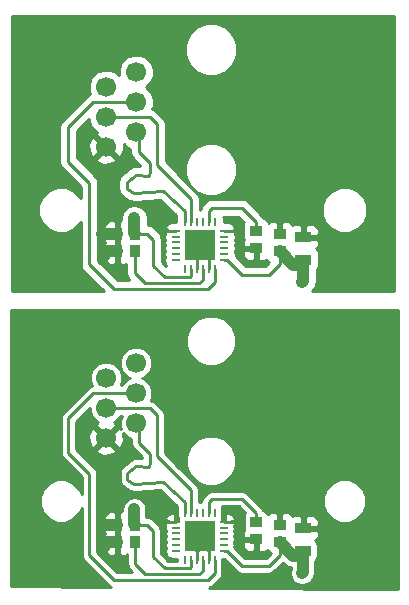
<source format=gtl>
G04 #@! TF.FileFunction,Copper,L1,Top,Signal*
%FSLAX46Y46*%
G04 Gerber Fmt 4.6, Leading zero omitted, Abs format (unit mm)*
G04 Created by KiCad (PCBNEW 4.0.7-e2-6376~58~ubuntu16.04.1) date Sat Dec  8 14:23:04 2018*
%MOMM*%
%LPD*%
G01*
G04 APERTURE LIST*
%ADD10C,0.150000*%
%ADD11R,1.397000X0.889000*%
%ADD12C,0.600000*%
%ADD13R,2.499360X2.499360*%
%ADD14O,0.800100X0.248920*%
%ADD15O,0.248920X0.800100*%
%ADD16R,1.000760X0.899160*%
%ADD17R,0.899160X1.000760*%
%ADD18C,1.700000*%
%ADD19C,0.700000*%
%ADD20C,0.250000*%
%ADD21C,1.000000*%
%ADD22C,0.254000*%
G04 APERTURE END LIST*
D10*
D11*
X160500000Y-137840500D03*
X160500000Y-135935500D03*
D12*
X136300000Y-117938000D03*
D13*
X151750000Y-136638000D03*
D14*
X149751020Y-135388320D03*
X149751020Y-135888700D03*
X149751020Y-136389080D03*
X149751020Y-136886920D03*
X149751020Y-137387300D03*
X149751020Y-137887680D03*
D15*
X150500320Y-138636980D03*
X151000700Y-138636980D03*
X151501080Y-138636980D03*
X151998920Y-138636980D03*
X152499300Y-138636980D03*
X152999680Y-138636980D03*
D14*
X153748980Y-137887680D03*
X153748980Y-137387300D03*
X153748980Y-136886920D03*
X153748980Y-136389080D03*
X153748980Y-135888700D03*
X153748980Y-135388320D03*
D15*
X152999680Y-134639020D03*
X152499300Y-134639020D03*
X151998920Y-134639020D03*
X151501080Y-134639020D03*
X151000700Y-134639020D03*
X150500320Y-134639020D03*
D12*
X151750000Y-136638000D03*
X152512000Y-135876000D03*
X150988000Y-135876000D03*
X152512000Y-137400000D03*
X150988000Y-137400000D03*
D16*
X158500000Y-135636160D03*
X158500000Y-137139840D03*
D17*
X144748160Y-137138000D03*
X146251840Y-137138000D03*
D16*
X156500000Y-136889840D03*
X156500000Y-135386160D03*
D17*
X144748160Y-135638000D03*
X146251840Y-135638000D03*
D12*
X137300000Y-117938000D03*
X138300000Y-117938000D03*
X139300000Y-117938000D03*
X136300000Y-118938000D03*
X137300000Y-118938000D03*
X138300000Y-118938000D03*
X139300000Y-118938000D03*
X136300000Y-119938000D03*
X137300000Y-119938000D03*
X138300000Y-119938000D03*
X139300000Y-119938000D03*
X136300000Y-120938000D03*
X137300000Y-120938000D03*
X138300000Y-120938000D03*
X136300000Y-121938000D03*
X137300000Y-121938000D03*
X138300000Y-121938000D03*
X136300000Y-127138000D03*
X136300000Y-126138000D03*
X136300000Y-125138000D03*
X136300000Y-124138000D03*
X136300000Y-123138000D03*
X136300000Y-128138000D03*
X136300000Y-129138000D03*
X136300000Y-130138000D03*
X136300000Y-131138000D03*
X136300000Y-132138000D03*
X136300000Y-133138000D03*
X136300000Y-134138000D03*
X136300000Y-135138000D03*
X136300000Y-136138000D03*
X136300000Y-137138000D03*
X136300000Y-138138000D03*
X136300000Y-139138000D03*
X136300000Y-140138000D03*
X137400000Y-130138000D03*
X137400000Y-131138000D03*
X137400000Y-132138000D03*
X137400000Y-133138000D03*
X137400000Y-134138000D03*
X137400000Y-135138000D03*
X137400000Y-136138000D03*
X137400000Y-137138000D03*
X137400000Y-138138000D03*
X137400000Y-139138000D03*
X137400000Y-140138000D03*
X138500000Y-139238000D03*
X138500000Y-136238000D03*
X138500000Y-137238000D03*
X138500000Y-138238000D03*
X138500000Y-140138000D03*
X139600000Y-136238000D03*
X140600000Y-136238000D03*
X139600000Y-137238000D03*
X140600000Y-137238000D03*
X139600000Y-138238000D03*
X140600000Y-138238000D03*
X139600000Y-139238000D03*
X140600000Y-139238000D03*
X139600000Y-140238000D03*
X140600000Y-140238000D03*
X166900000Y-117938000D03*
X167900000Y-117938000D03*
X166900000Y-119138000D03*
X167900000Y-119138000D03*
X166900000Y-120138000D03*
X167900000Y-120138000D03*
X166900000Y-121138000D03*
X167900000Y-121138000D03*
X166900000Y-122138000D03*
X167900000Y-122138000D03*
X166900000Y-123138000D03*
X167900000Y-123138000D03*
X166900000Y-124138000D03*
X167900000Y-124138000D03*
X166900000Y-125138000D03*
X167900000Y-125138000D03*
X166900000Y-126138000D03*
X167900000Y-126138000D03*
X166900000Y-127138000D03*
X167900000Y-127138000D03*
X166900000Y-128138000D03*
X167900000Y-128138000D03*
X166900000Y-129138000D03*
X167900000Y-129138000D03*
X166900000Y-130138000D03*
X167900000Y-130138000D03*
X166900000Y-131138000D03*
X167900000Y-131138000D03*
X165900000Y-132138000D03*
X166900000Y-132138000D03*
X167900000Y-132138000D03*
X166900000Y-133138000D03*
X167900000Y-133138000D03*
X166900000Y-134138000D03*
X167900000Y-134138000D03*
X165900000Y-135138000D03*
X166900000Y-135138000D03*
X167900000Y-135138000D03*
X163900000Y-136138000D03*
X164900000Y-136138000D03*
X165900000Y-136138000D03*
X166900000Y-136138000D03*
X167900000Y-136138000D03*
X163900000Y-137138000D03*
X164900000Y-137138000D03*
X165900000Y-137138000D03*
X166900000Y-137138000D03*
X167900000Y-137138000D03*
X163900000Y-138138000D03*
X164900000Y-138138000D03*
X165900000Y-138138000D03*
X166900000Y-138138000D03*
X167900000Y-138138000D03*
X163900000Y-139138000D03*
X164900000Y-139138000D03*
X165900000Y-139138000D03*
X166900000Y-139138000D03*
X167900000Y-139138000D03*
X163900000Y-140138000D03*
X164900000Y-140138000D03*
X165900000Y-140138000D03*
X166900000Y-140138000D03*
X167900000Y-140138000D03*
X162500000Y-137138000D03*
X162500000Y-138138000D03*
X162500000Y-139138000D03*
X162500000Y-140138000D03*
X146200000Y-134338000D03*
X137300000Y-129138000D03*
X137300000Y-128138000D03*
X137300000Y-123138000D03*
X137300000Y-124138000D03*
X137300000Y-125138000D03*
X137300000Y-126138000D03*
X137300000Y-127138000D03*
X139400000Y-127138000D03*
X139400000Y-126138000D03*
X139400000Y-125138000D03*
X139400000Y-124138000D03*
X139400000Y-123138000D03*
X139400000Y-128138000D03*
X139400000Y-129138000D03*
X139500000Y-131138000D03*
X139500000Y-130138000D03*
X138400000Y-131138000D03*
X138400000Y-130138000D03*
X138400000Y-129138000D03*
X138400000Y-128138000D03*
X138400000Y-123138000D03*
X138400000Y-124138000D03*
X138400000Y-125138000D03*
X138400000Y-126138000D03*
X138400000Y-127138000D03*
X139400000Y-121938000D03*
X139400000Y-120938000D03*
X141600000Y-121038000D03*
X141600000Y-122038000D03*
X140600000Y-124238000D03*
X140600000Y-123238000D03*
X141600000Y-123238000D03*
X141600000Y-124238000D03*
X140500000Y-122038000D03*
X140500000Y-121038000D03*
X141500000Y-120038000D03*
X140500000Y-120038000D03*
X141500000Y-119038000D03*
X140500000Y-119038000D03*
X141500000Y-118038000D03*
X140500000Y-118038000D03*
X165800000Y-131138000D03*
X164800000Y-131138000D03*
X165800000Y-130138000D03*
X164800000Y-130138000D03*
X165800000Y-129138000D03*
X164800000Y-129138000D03*
X165800000Y-128138000D03*
X164800000Y-128138000D03*
X165800000Y-127138000D03*
X164800000Y-127138000D03*
X165800000Y-126138000D03*
X164800000Y-126138000D03*
X165800000Y-125138000D03*
X164800000Y-125138000D03*
X165800000Y-124138000D03*
X164800000Y-124138000D03*
X165800000Y-123138000D03*
X164800000Y-123138000D03*
X165800000Y-122138000D03*
X164800000Y-122138000D03*
X165800000Y-121138000D03*
X164800000Y-121138000D03*
X165800000Y-120138000D03*
X164800000Y-120138000D03*
X165800000Y-119138000D03*
X164800000Y-119138000D03*
X165800000Y-117938000D03*
X164800000Y-117938000D03*
X160700000Y-117938000D03*
X161700000Y-117938000D03*
X160700000Y-119138000D03*
X161700000Y-119138000D03*
X160700000Y-120138000D03*
X161700000Y-120138000D03*
X160700000Y-121138000D03*
X161700000Y-121138000D03*
X160700000Y-122138000D03*
X161700000Y-122138000D03*
X160700000Y-123138000D03*
X161700000Y-123138000D03*
X160700000Y-124138000D03*
X161700000Y-124138000D03*
X160700000Y-125138000D03*
X161700000Y-125138000D03*
X160700000Y-126138000D03*
X161700000Y-126138000D03*
X160700000Y-127138000D03*
X161700000Y-127138000D03*
X160700000Y-128138000D03*
X161700000Y-128138000D03*
X160700000Y-129138000D03*
X161700000Y-129138000D03*
X160700000Y-130138000D03*
X161700000Y-130138000D03*
X160700000Y-131138000D03*
X161700000Y-131138000D03*
X163800000Y-131138000D03*
X162800000Y-131138000D03*
X163800000Y-130138000D03*
X162800000Y-130138000D03*
X163800000Y-129138000D03*
X162800000Y-129138000D03*
X163800000Y-128138000D03*
X162800000Y-128138000D03*
X163800000Y-127138000D03*
X162800000Y-127138000D03*
X163800000Y-126138000D03*
X162800000Y-126138000D03*
X163800000Y-125138000D03*
X162800000Y-125138000D03*
X163800000Y-124138000D03*
X162800000Y-124138000D03*
X163800000Y-123138000D03*
X162800000Y-123138000D03*
X163800000Y-122138000D03*
X162800000Y-122138000D03*
X163800000Y-121138000D03*
X162800000Y-121138000D03*
X163800000Y-120138000D03*
X162800000Y-120138000D03*
X163800000Y-119138000D03*
X162800000Y-119138000D03*
X163800000Y-117938000D03*
X162800000Y-117938000D03*
D18*
X143810000Y-128313000D03*
X143810000Y-125773000D03*
X143810000Y-123233000D03*
X146350000Y-124503000D03*
X146350000Y-121963000D03*
X146350000Y-127043000D03*
X143810000Y-103675000D03*
X143810000Y-101135000D03*
X143810000Y-98595000D03*
X146350000Y-99865000D03*
X146350000Y-97325000D03*
X146350000Y-102405000D03*
D12*
X162800000Y-93300000D03*
X163800000Y-93300000D03*
X162800000Y-94500000D03*
X163800000Y-94500000D03*
X162800000Y-95500000D03*
X163800000Y-95500000D03*
X162800000Y-96500000D03*
X163800000Y-96500000D03*
X162800000Y-97500000D03*
X163800000Y-97500000D03*
X162800000Y-98500000D03*
X163800000Y-98500000D03*
X162800000Y-99500000D03*
X163800000Y-99500000D03*
X162800000Y-100500000D03*
X163800000Y-100500000D03*
X162800000Y-101500000D03*
X163800000Y-101500000D03*
X162800000Y-102500000D03*
X163800000Y-102500000D03*
X162800000Y-103500000D03*
X163800000Y-103500000D03*
X162800000Y-104500000D03*
X163800000Y-104500000D03*
X162800000Y-105500000D03*
X163800000Y-105500000D03*
X162800000Y-106500000D03*
X163800000Y-106500000D03*
X161700000Y-106500000D03*
X160700000Y-106500000D03*
X161700000Y-105500000D03*
X160700000Y-105500000D03*
X161700000Y-104500000D03*
X160700000Y-104500000D03*
X161700000Y-103500000D03*
X160700000Y-103500000D03*
X161700000Y-102500000D03*
X160700000Y-102500000D03*
X161700000Y-101500000D03*
X160700000Y-101500000D03*
X161700000Y-100500000D03*
X160700000Y-100500000D03*
X161700000Y-99500000D03*
X160700000Y-99500000D03*
X161700000Y-98500000D03*
X160700000Y-98500000D03*
X161700000Y-97500000D03*
X160700000Y-97500000D03*
X161700000Y-96500000D03*
X160700000Y-96500000D03*
X161700000Y-95500000D03*
X160700000Y-95500000D03*
X161700000Y-94500000D03*
X160700000Y-94500000D03*
X161700000Y-93300000D03*
X160700000Y-93300000D03*
X164800000Y-93300000D03*
X165800000Y-93300000D03*
X164800000Y-94500000D03*
X165800000Y-94500000D03*
X164800000Y-95500000D03*
X165800000Y-95500000D03*
X164800000Y-96500000D03*
X165800000Y-96500000D03*
X164800000Y-97500000D03*
X165800000Y-97500000D03*
X164800000Y-98500000D03*
X165800000Y-98500000D03*
X164800000Y-99500000D03*
X165800000Y-99500000D03*
X164800000Y-100500000D03*
X165800000Y-100500000D03*
X164800000Y-101500000D03*
X165800000Y-101500000D03*
X164800000Y-102500000D03*
X165800000Y-102500000D03*
X164800000Y-103500000D03*
X165800000Y-103500000D03*
X164800000Y-104500000D03*
X165800000Y-104500000D03*
X164800000Y-105500000D03*
X165800000Y-105500000D03*
X164800000Y-106500000D03*
X165800000Y-106500000D03*
X140500000Y-93400000D03*
X141500000Y-93400000D03*
X140500000Y-94400000D03*
X141500000Y-94400000D03*
X140500000Y-95400000D03*
X141500000Y-95400000D03*
X140500000Y-96400000D03*
X140500000Y-97400000D03*
X141600000Y-99600000D03*
X141600000Y-98600000D03*
X140600000Y-98600000D03*
X140600000Y-99600000D03*
X141600000Y-97400000D03*
X141600000Y-96400000D03*
X139400000Y-96300000D03*
X139400000Y-97300000D03*
X138400000Y-102500000D03*
X138400000Y-101500000D03*
X138400000Y-100500000D03*
X138400000Y-99500000D03*
X138400000Y-98500000D03*
X138400000Y-103500000D03*
X138400000Y-104500000D03*
X138400000Y-105500000D03*
X138400000Y-106500000D03*
X139500000Y-105500000D03*
X139500000Y-106500000D03*
X139400000Y-104500000D03*
X139400000Y-103500000D03*
X139400000Y-98500000D03*
X139400000Y-99500000D03*
X139400000Y-100500000D03*
X139400000Y-101500000D03*
X139400000Y-102500000D03*
X137300000Y-102500000D03*
X137300000Y-101500000D03*
X137300000Y-100500000D03*
X137300000Y-99500000D03*
X137300000Y-98500000D03*
X137300000Y-103500000D03*
X137300000Y-104500000D03*
X146200000Y-109700000D03*
X162500000Y-115500000D03*
X162500000Y-114500000D03*
X162500000Y-113500000D03*
X162500000Y-112500000D03*
X167900000Y-115500000D03*
X166900000Y-115500000D03*
X165900000Y-115500000D03*
X164900000Y-115500000D03*
X163900000Y-115500000D03*
X167900000Y-114500000D03*
X166900000Y-114500000D03*
X165900000Y-114500000D03*
X164900000Y-114500000D03*
X163900000Y-114500000D03*
X167900000Y-113500000D03*
X166900000Y-113500000D03*
X165900000Y-113500000D03*
X164900000Y-113500000D03*
X163900000Y-113500000D03*
X167900000Y-112500000D03*
X166900000Y-112500000D03*
X165900000Y-112500000D03*
X164900000Y-112500000D03*
X163900000Y-112500000D03*
X167900000Y-111500000D03*
X166900000Y-111500000D03*
X165900000Y-111500000D03*
X164900000Y-111500000D03*
X163900000Y-111500000D03*
X167900000Y-110500000D03*
X166900000Y-110500000D03*
X165900000Y-110500000D03*
X167900000Y-109500000D03*
X166900000Y-109500000D03*
X167900000Y-108500000D03*
X166900000Y-108500000D03*
X167900000Y-107500000D03*
X166900000Y-107500000D03*
X165900000Y-107500000D03*
X167900000Y-106500000D03*
X166900000Y-106500000D03*
X167900000Y-105500000D03*
X166900000Y-105500000D03*
X167900000Y-104500000D03*
X166900000Y-104500000D03*
X167900000Y-103500000D03*
X166900000Y-103500000D03*
X167900000Y-102500000D03*
X166900000Y-102500000D03*
X167900000Y-101500000D03*
X166900000Y-101500000D03*
X167900000Y-100500000D03*
X166900000Y-100500000D03*
X167900000Y-99500000D03*
X166900000Y-99500000D03*
X167900000Y-98500000D03*
X166900000Y-98500000D03*
X167900000Y-97500000D03*
X166900000Y-97500000D03*
X167900000Y-96500000D03*
X166900000Y-96500000D03*
X167900000Y-95500000D03*
X166900000Y-95500000D03*
X167900000Y-94500000D03*
X166900000Y-94500000D03*
X167900000Y-93300000D03*
X166900000Y-93300000D03*
X140600000Y-115600000D03*
X139600000Y-115600000D03*
X140600000Y-114600000D03*
X139600000Y-114600000D03*
X140600000Y-113600000D03*
X139600000Y-113600000D03*
X140600000Y-112600000D03*
X139600000Y-112600000D03*
X140600000Y-111600000D03*
X139600000Y-111600000D03*
X138500000Y-115500000D03*
X138500000Y-113600000D03*
X138500000Y-112600000D03*
X138500000Y-111600000D03*
X138500000Y-114600000D03*
X137400000Y-115500000D03*
X137400000Y-114500000D03*
X137400000Y-113500000D03*
X137400000Y-112500000D03*
X137400000Y-111500000D03*
X137400000Y-110500000D03*
X137400000Y-109500000D03*
X137400000Y-108500000D03*
X137400000Y-107500000D03*
X137400000Y-106500000D03*
X137400000Y-105500000D03*
X136300000Y-115500000D03*
X136300000Y-114500000D03*
X136300000Y-113500000D03*
X136300000Y-112500000D03*
X136300000Y-111500000D03*
X136300000Y-110500000D03*
X136300000Y-109500000D03*
X136300000Y-108500000D03*
X136300000Y-107500000D03*
X136300000Y-106500000D03*
X136300000Y-105500000D03*
X136300000Y-104500000D03*
X136300000Y-103500000D03*
X136300000Y-98500000D03*
X136300000Y-99500000D03*
X136300000Y-100500000D03*
X136300000Y-101500000D03*
X136300000Y-102500000D03*
X138300000Y-97300000D03*
X137300000Y-97300000D03*
X136300000Y-97300000D03*
X138300000Y-96300000D03*
X137300000Y-96300000D03*
X136300000Y-96300000D03*
X139300000Y-95300000D03*
X138300000Y-95300000D03*
X137300000Y-95300000D03*
X136300000Y-95300000D03*
X139300000Y-94300000D03*
X138300000Y-94300000D03*
X137300000Y-94300000D03*
X136300000Y-94300000D03*
X139300000Y-93300000D03*
X138300000Y-93300000D03*
X137300000Y-93300000D03*
D17*
X144748160Y-111000000D03*
X146251840Y-111000000D03*
D16*
X156500000Y-112251840D03*
X156500000Y-110748160D03*
D17*
X144748160Y-112500000D03*
X146251840Y-112500000D03*
D16*
X158500000Y-110998160D03*
X158500000Y-112501840D03*
D13*
X151750000Y-112000000D03*
D14*
X149751020Y-110750320D03*
X149751020Y-111250700D03*
X149751020Y-111751080D03*
X149751020Y-112248920D03*
X149751020Y-112749300D03*
X149751020Y-113249680D03*
D15*
X150500320Y-113998980D03*
X151000700Y-113998980D03*
X151501080Y-113998980D03*
X151998920Y-113998980D03*
X152499300Y-113998980D03*
X152999680Y-113998980D03*
D14*
X153748980Y-113249680D03*
X153748980Y-112749300D03*
X153748980Y-112248920D03*
X153748980Y-111751080D03*
X153748980Y-111250700D03*
X153748980Y-110750320D03*
D15*
X152999680Y-110001020D03*
X152499300Y-110001020D03*
X151998920Y-110001020D03*
X151501080Y-110001020D03*
X151000700Y-110001020D03*
X150500320Y-110001020D03*
D12*
X151750000Y-112000000D03*
X152512000Y-111238000D03*
X150988000Y-111238000D03*
X152512000Y-112762000D03*
X150988000Y-112762000D03*
X136300000Y-93300000D03*
D11*
X160500000Y-113202500D03*
X160500000Y-111297500D03*
D19*
X148400000Y-134738000D03*
X157500000Y-133738000D03*
X155000000Y-135138000D03*
X143500000Y-135638000D03*
X141800000Y-139738000D03*
X143600000Y-137538000D03*
X143600000Y-112900000D03*
X141800000Y-115100000D03*
X143500000Y-111000000D03*
X155000000Y-110500000D03*
X157500000Y-109100000D03*
X148400000Y-110100000D03*
X160400000Y-139738000D03*
X160400000Y-115100000D03*
D20*
X152248920Y-135636980D02*
X152248920Y-136735080D01*
X152499300Y-137387300D02*
X151750000Y-136638000D01*
X152499300Y-138636980D02*
X152499300Y-137387300D01*
X151501080Y-136886920D02*
X151750000Y-136638000D01*
X151501080Y-138636980D02*
X151501080Y-136886920D01*
X149050320Y-135388320D02*
X148400000Y-134738000D01*
X149751020Y-135388320D02*
X149050320Y-135388320D01*
X153748980Y-135388320D02*
X154749680Y-135388320D01*
X154749680Y-135388320D02*
X155000000Y-135138000D01*
D21*
X144748160Y-135638000D02*
X143500000Y-135638000D01*
X144000000Y-137138000D02*
X143600000Y-137538000D01*
X144748160Y-137138000D02*
X144000000Y-137138000D01*
X144748160Y-112500000D02*
X144000000Y-112500000D01*
X144000000Y-112500000D02*
X143600000Y-112900000D01*
X144748160Y-111000000D02*
X143500000Y-111000000D01*
D20*
X154749680Y-110750320D02*
X155000000Y-110500000D01*
X153748980Y-110750320D02*
X154749680Y-110750320D01*
X149751020Y-110750320D02*
X149050320Y-110750320D01*
X149050320Y-110750320D02*
X148400000Y-110100000D01*
X151501080Y-113998980D02*
X151501080Y-112248920D01*
X151501080Y-112248920D02*
X151750000Y-112000000D01*
X152499300Y-113998980D02*
X152499300Y-112749300D01*
X152499300Y-112749300D02*
X151750000Y-112000000D01*
X152248920Y-110998980D02*
X152248920Y-112097080D01*
X151000700Y-132738700D02*
X148100000Y-129838000D01*
X148100000Y-129838000D02*
X148100000Y-126338000D01*
X148100000Y-126338000D02*
X147535000Y-125773000D01*
X147535000Y-125773000D02*
X143810000Y-125773000D01*
X151000700Y-134639020D02*
X151000700Y-132738700D01*
X151000700Y-110001020D02*
X151000700Y-108100700D01*
X147535000Y-101135000D02*
X143810000Y-101135000D01*
X148100000Y-101700000D02*
X147535000Y-101135000D01*
X148100000Y-105200000D02*
X148100000Y-101700000D01*
X151000700Y-108100700D02*
X148100000Y-105200000D01*
X146833286Y-127526286D02*
X146350000Y-127043000D01*
X146600000Y-127293000D02*
X146350000Y-127043000D01*
X150500320Y-133738320D02*
X148600000Y-132038000D01*
X148600000Y-132038000D02*
X146200000Y-132238000D01*
X146200000Y-132238000D02*
X145600000Y-131838000D01*
X145600000Y-131838000D02*
X145600000Y-131238000D01*
X145600000Y-131238000D02*
X146300000Y-130638000D01*
X146300000Y-130638000D02*
X147400000Y-130738000D01*
X147400000Y-130738000D02*
X147500000Y-130338000D01*
X147500000Y-130338000D02*
X147500000Y-129638000D01*
X147500000Y-129638000D02*
X146600000Y-128738000D01*
X146600000Y-128738000D02*
X146600000Y-127293000D01*
X150500320Y-134639020D02*
X150500320Y-133738320D01*
X150500320Y-110001020D02*
X150500320Y-109100320D01*
X146600000Y-104100000D02*
X146600000Y-102655000D01*
X147500000Y-105000000D02*
X146600000Y-104100000D01*
X147500000Y-105700000D02*
X147500000Y-105000000D01*
X147400000Y-106100000D02*
X147500000Y-105700000D01*
X146300000Y-106000000D02*
X147400000Y-106100000D01*
X145600000Y-106600000D02*
X146300000Y-106000000D01*
X145600000Y-107200000D02*
X145600000Y-106600000D01*
X146200000Y-107600000D02*
X145600000Y-107200000D01*
X148600000Y-107400000D02*
X146200000Y-107600000D01*
X150500320Y-109100320D02*
X148600000Y-107400000D01*
X146600000Y-102655000D02*
X146350000Y-102405000D01*
X146833286Y-102888286D02*
X146350000Y-102405000D01*
X151000700Y-139237300D02*
X150900000Y-139338000D01*
X150900000Y-139338000D02*
X148800000Y-139338000D01*
X148800000Y-139338000D02*
X147800000Y-138338000D01*
X147800000Y-138338000D02*
X147800000Y-136138000D01*
X147800000Y-136138000D02*
X147300000Y-135638000D01*
X147300000Y-135638000D02*
X146251840Y-135638000D01*
X151000700Y-138636980D02*
X151000700Y-139237300D01*
X158500000Y-138238000D02*
X158500000Y-137139840D01*
X157600000Y-139138000D02*
X158500000Y-138238000D01*
X155300000Y-139138000D02*
X157600000Y-139138000D01*
X154049680Y-137887680D02*
X155300000Y-139138000D01*
X153748980Y-137887680D02*
X154049680Y-137887680D01*
D21*
X160500000Y-139638000D02*
X160400000Y-139738000D01*
X160500000Y-138263000D02*
X160500000Y-139638000D01*
X159623160Y-138263000D02*
X158500000Y-137139840D01*
X160500000Y-138263000D02*
X159623160Y-138263000D01*
X146200000Y-135586160D02*
X146251840Y-135638000D01*
X146200000Y-134338000D02*
X146200000Y-135586160D01*
X146200000Y-109700000D02*
X146200000Y-110948160D01*
X146200000Y-110948160D02*
X146251840Y-111000000D01*
X160500000Y-113625000D02*
X159623160Y-113625000D01*
X159623160Y-113625000D02*
X158500000Y-112501840D01*
X160500000Y-113625000D02*
X160500000Y-115000000D01*
X160500000Y-115000000D02*
X160400000Y-115100000D01*
D20*
X153748980Y-113249680D02*
X154049680Y-113249680D01*
X154049680Y-113249680D02*
X155300000Y-114500000D01*
X155300000Y-114500000D02*
X157600000Y-114500000D01*
X157600000Y-114500000D02*
X158500000Y-113600000D01*
X158500000Y-113600000D02*
X158500000Y-112501840D01*
X151000700Y-113998980D02*
X151000700Y-114599300D01*
X147300000Y-111000000D02*
X146251840Y-111000000D01*
X147800000Y-111500000D02*
X147300000Y-111000000D01*
X147800000Y-113700000D02*
X147800000Y-111500000D01*
X148800000Y-114700000D02*
X147800000Y-113700000D01*
X150900000Y-114700000D02*
X148800000Y-114700000D01*
X151000700Y-114599300D02*
X150900000Y-114700000D01*
X152499300Y-133738700D02*
X152800000Y-133438000D01*
X152800000Y-133438000D02*
X155300000Y-133438000D01*
X155300000Y-133438000D02*
X156500000Y-134638000D01*
X156500000Y-134638000D02*
X156500000Y-135386160D01*
X152499300Y-134639020D02*
X152499300Y-133738700D01*
X152499300Y-110001020D02*
X152499300Y-109100700D01*
X156500000Y-110000000D02*
X156500000Y-110748160D01*
X155300000Y-108800000D02*
X156500000Y-110000000D01*
X152800000Y-108800000D02*
X155300000Y-108800000D01*
X152499300Y-109100700D02*
X152800000Y-108800000D01*
X146251840Y-138989840D02*
X147100000Y-139838000D01*
X147100000Y-139838000D02*
X151700000Y-139838000D01*
X151700000Y-139838000D02*
X151998920Y-139539080D01*
X151998920Y-139539080D02*
X151998920Y-138636980D01*
X146251840Y-137138000D02*
X146251840Y-138989840D01*
X146251840Y-112500000D02*
X146251840Y-114351840D01*
X151998920Y-114901080D02*
X151998920Y-113998980D01*
X151700000Y-115200000D02*
X151998920Y-114901080D01*
X147100000Y-115200000D02*
X151700000Y-115200000D01*
X146251840Y-114351840D02*
X147100000Y-115200000D01*
X152999680Y-139738320D02*
X152400000Y-140338000D01*
X152999680Y-138636980D02*
X152999680Y-139738320D01*
X152400000Y-140338000D02*
X144500000Y-140338000D01*
X144500000Y-140338000D02*
X142400000Y-138238000D01*
X142400000Y-138238000D02*
X142400000Y-131338000D01*
X142400000Y-131338000D02*
X140600000Y-129538000D01*
X140600000Y-129538000D02*
X140600000Y-127838000D01*
X142735000Y-124503000D02*
X140600000Y-126638000D01*
X140600000Y-126638000D02*
X140600000Y-127838000D01*
X146350000Y-124503000D02*
X142735000Y-124503000D01*
X146350000Y-99865000D02*
X142735000Y-99865000D01*
X140600000Y-102000000D02*
X140600000Y-103200000D01*
X142735000Y-99865000D02*
X140600000Y-102000000D01*
X140600000Y-104900000D02*
X140600000Y-103200000D01*
X142400000Y-106700000D02*
X140600000Y-104900000D01*
X142400000Y-113600000D02*
X142400000Y-106700000D01*
X144500000Y-115700000D02*
X142400000Y-113600000D01*
X152400000Y-115700000D02*
X144500000Y-115700000D01*
X152999680Y-113998980D02*
X152999680Y-115100320D01*
X152999680Y-115100320D02*
X152400000Y-115700000D01*
D22*
G36*
X168173000Y-115873000D02*
X161220818Y-115873000D01*
X161296909Y-115796910D01*
X161541212Y-115431284D01*
X161576874Y-115252000D01*
X161627000Y-115000000D01*
X161627000Y-114116345D01*
X161644253Y-114105243D01*
X161787417Y-113895717D01*
X161837783Y-113647000D01*
X161837783Y-112758000D01*
X161794063Y-112525648D01*
X161656743Y-112312247D01*
X161579237Y-112259289D01*
X161736827Y-112101698D01*
X161833500Y-111868309D01*
X161833500Y-111583250D01*
X161674750Y-111424500D01*
X160627000Y-111424500D01*
X160627000Y-111444500D01*
X160373000Y-111444500D01*
X160373000Y-111424500D01*
X160353000Y-111424500D01*
X160353000Y-111170500D01*
X160373000Y-111170500D01*
X160373000Y-110376750D01*
X160627000Y-110376750D01*
X160627000Y-111170500D01*
X161674750Y-111170500D01*
X161833500Y-111011750D01*
X161833500Y-110726691D01*
X161736827Y-110493302D01*
X161558199Y-110314673D01*
X161324810Y-110218000D01*
X160785750Y-110218000D01*
X160627000Y-110376750D01*
X160373000Y-110376750D01*
X160214250Y-110218000D01*
X159675190Y-110218000D01*
X159568989Y-110261990D01*
X159538707Y-110188882D01*
X159360079Y-110010253D01*
X159126690Y-109913580D01*
X158785750Y-109913580D01*
X158627000Y-110072330D01*
X158627000Y-110871160D01*
X158647000Y-110871160D01*
X158647000Y-111125160D01*
X158627000Y-111125160D01*
X158627000Y-111145160D01*
X158373000Y-111145160D01*
X158373000Y-111125160D01*
X158353000Y-111125160D01*
X158353000Y-110871160D01*
X158373000Y-110871160D01*
X158373000Y-110072330D01*
X158214250Y-109913580D01*
X157873310Y-109913580D01*
X157639921Y-110010253D01*
X157591246Y-110058928D01*
X157458623Y-109852827D01*
X157249097Y-109709663D01*
X157184276Y-109696537D01*
X157031744Y-109468256D01*
X156945110Y-109381622D01*
X162072666Y-109381622D01*
X162365416Y-110090132D01*
X162907017Y-110632678D01*
X163615014Y-110926665D01*
X164381622Y-110927334D01*
X165090132Y-110634584D01*
X165632678Y-110092983D01*
X165926665Y-109384986D01*
X165927334Y-108618378D01*
X165634584Y-107909868D01*
X165092983Y-107367322D01*
X164384986Y-107073335D01*
X163618378Y-107072666D01*
X162909868Y-107365416D01*
X162367322Y-107907017D01*
X162073335Y-108615014D01*
X162072666Y-109381622D01*
X156945110Y-109381622D01*
X155831744Y-108268256D01*
X155587778Y-108105243D01*
X155300000Y-108048000D01*
X152800000Y-108048000D01*
X152512222Y-108105243D01*
X152268256Y-108268256D01*
X151967556Y-108568956D01*
X151804543Y-108812922D01*
X151767348Y-108999911D01*
X151752700Y-109002825D01*
X151752700Y-108100700D01*
X151695457Y-107812922D01*
X151532444Y-107568956D01*
X149982542Y-106019054D01*
X150482616Y-106019054D01*
X150819423Y-106834189D01*
X151442530Y-107458386D01*
X152257077Y-107796615D01*
X153139054Y-107797384D01*
X153954189Y-107460577D01*
X154578386Y-106837470D01*
X154916615Y-106022923D01*
X154917384Y-105140946D01*
X154580577Y-104325811D01*
X153957470Y-103701614D01*
X153142923Y-103363385D01*
X152260946Y-103362616D01*
X151445811Y-103699423D01*
X150821614Y-104322530D01*
X150483385Y-105137077D01*
X150482616Y-106019054D01*
X149982542Y-106019054D01*
X148852000Y-104888512D01*
X148852000Y-101700000D01*
X148794757Y-101412222D01*
X148723276Y-101305243D01*
X148631745Y-101168256D01*
X148066744Y-100603256D01*
X147822778Y-100440243D01*
X147718983Y-100419597D01*
X147826743Y-100160082D01*
X147827256Y-99572495D01*
X147602870Y-99029440D01*
X147187746Y-98613591D01*
X147143537Y-98595234D01*
X147185560Y-98577870D01*
X147601409Y-98162746D01*
X147826743Y-97620082D01*
X147827256Y-97032495D01*
X147602870Y-96489440D01*
X147187746Y-96073591D01*
X146671085Y-95859054D01*
X150482616Y-95859054D01*
X150819423Y-96674189D01*
X151442530Y-97298386D01*
X152257077Y-97636615D01*
X153139054Y-97637384D01*
X153954189Y-97300577D01*
X154578386Y-96677470D01*
X154916615Y-95862923D01*
X154917384Y-94980946D01*
X154580577Y-94165811D01*
X153957470Y-93541614D01*
X153142923Y-93203385D01*
X152260946Y-93202616D01*
X151445811Y-93539423D01*
X150821614Y-94162530D01*
X150483385Y-94977077D01*
X150482616Y-95859054D01*
X146671085Y-95859054D01*
X146645082Y-95848257D01*
X146057495Y-95847744D01*
X145514440Y-96072130D01*
X145098591Y-96487254D01*
X144873257Y-97029918D01*
X144872786Y-97569024D01*
X144647746Y-97343591D01*
X144105082Y-97118257D01*
X143517495Y-97117744D01*
X142974440Y-97342130D01*
X142558591Y-97757254D01*
X142333257Y-98299918D01*
X142332744Y-98887505D01*
X142449391Y-99169812D01*
X142447222Y-99170243D01*
X142203256Y-99333256D01*
X140068256Y-101468256D01*
X139905243Y-101712222D01*
X139848000Y-102000000D01*
X139848000Y-104900000D01*
X139905243Y-105187778D01*
X140068256Y-105431744D01*
X141648000Y-107011489D01*
X141648000Y-107942337D01*
X141634584Y-107909868D01*
X141092983Y-107367322D01*
X140384986Y-107073335D01*
X139618378Y-107072666D01*
X138909868Y-107365416D01*
X138367322Y-107907017D01*
X138073335Y-108615014D01*
X138072666Y-109381622D01*
X138365416Y-110090132D01*
X138907017Y-110632678D01*
X139615014Y-110926665D01*
X140381622Y-110927334D01*
X141090132Y-110634584D01*
X141632678Y-110092983D01*
X141648000Y-110056084D01*
X141648000Y-113600000D01*
X141705243Y-113887778D01*
X141868256Y-114131744D01*
X143609511Y-115873000D01*
X135877000Y-115873000D01*
X135877000Y-92577000D01*
X168173000Y-92577000D01*
X168173000Y-115873000D01*
X168173000Y-115873000D01*
G37*
X168173000Y-115873000D02*
X161220818Y-115873000D01*
X161296909Y-115796910D01*
X161541212Y-115431284D01*
X161576874Y-115252000D01*
X161627000Y-115000000D01*
X161627000Y-114116345D01*
X161644253Y-114105243D01*
X161787417Y-113895717D01*
X161837783Y-113647000D01*
X161837783Y-112758000D01*
X161794063Y-112525648D01*
X161656743Y-112312247D01*
X161579237Y-112259289D01*
X161736827Y-112101698D01*
X161833500Y-111868309D01*
X161833500Y-111583250D01*
X161674750Y-111424500D01*
X160627000Y-111424500D01*
X160627000Y-111444500D01*
X160373000Y-111444500D01*
X160373000Y-111424500D01*
X160353000Y-111424500D01*
X160353000Y-111170500D01*
X160373000Y-111170500D01*
X160373000Y-110376750D01*
X160627000Y-110376750D01*
X160627000Y-111170500D01*
X161674750Y-111170500D01*
X161833500Y-111011750D01*
X161833500Y-110726691D01*
X161736827Y-110493302D01*
X161558199Y-110314673D01*
X161324810Y-110218000D01*
X160785750Y-110218000D01*
X160627000Y-110376750D01*
X160373000Y-110376750D01*
X160214250Y-110218000D01*
X159675190Y-110218000D01*
X159568989Y-110261990D01*
X159538707Y-110188882D01*
X159360079Y-110010253D01*
X159126690Y-109913580D01*
X158785750Y-109913580D01*
X158627000Y-110072330D01*
X158627000Y-110871160D01*
X158647000Y-110871160D01*
X158647000Y-111125160D01*
X158627000Y-111125160D01*
X158627000Y-111145160D01*
X158373000Y-111145160D01*
X158373000Y-111125160D01*
X158353000Y-111125160D01*
X158353000Y-110871160D01*
X158373000Y-110871160D01*
X158373000Y-110072330D01*
X158214250Y-109913580D01*
X157873310Y-109913580D01*
X157639921Y-110010253D01*
X157591246Y-110058928D01*
X157458623Y-109852827D01*
X157249097Y-109709663D01*
X157184276Y-109696537D01*
X157031744Y-109468256D01*
X156945110Y-109381622D01*
X162072666Y-109381622D01*
X162365416Y-110090132D01*
X162907017Y-110632678D01*
X163615014Y-110926665D01*
X164381622Y-110927334D01*
X165090132Y-110634584D01*
X165632678Y-110092983D01*
X165926665Y-109384986D01*
X165927334Y-108618378D01*
X165634584Y-107909868D01*
X165092983Y-107367322D01*
X164384986Y-107073335D01*
X163618378Y-107072666D01*
X162909868Y-107365416D01*
X162367322Y-107907017D01*
X162073335Y-108615014D01*
X162072666Y-109381622D01*
X156945110Y-109381622D01*
X155831744Y-108268256D01*
X155587778Y-108105243D01*
X155300000Y-108048000D01*
X152800000Y-108048000D01*
X152512222Y-108105243D01*
X152268256Y-108268256D01*
X151967556Y-108568956D01*
X151804543Y-108812922D01*
X151767348Y-108999911D01*
X151752700Y-109002825D01*
X151752700Y-108100700D01*
X151695457Y-107812922D01*
X151532444Y-107568956D01*
X149982542Y-106019054D01*
X150482616Y-106019054D01*
X150819423Y-106834189D01*
X151442530Y-107458386D01*
X152257077Y-107796615D01*
X153139054Y-107797384D01*
X153954189Y-107460577D01*
X154578386Y-106837470D01*
X154916615Y-106022923D01*
X154917384Y-105140946D01*
X154580577Y-104325811D01*
X153957470Y-103701614D01*
X153142923Y-103363385D01*
X152260946Y-103362616D01*
X151445811Y-103699423D01*
X150821614Y-104322530D01*
X150483385Y-105137077D01*
X150482616Y-106019054D01*
X149982542Y-106019054D01*
X148852000Y-104888512D01*
X148852000Y-101700000D01*
X148794757Y-101412222D01*
X148723276Y-101305243D01*
X148631745Y-101168256D01*
X148066744Y-100603256D01*
X147822778Y-100440243D01*
X147718983Y-100419597D01*
X147826743Y-100160082D01*
X147827256Y-99572495D01*
X147602870Y-99029440D01*
X147187746Y-98613591D01*
X147143537Y-98595234D01*
X147185560Y-98577870D01*
X147601409Y-98162746D01*
X147826743Y-97620082D01*
X147827256Y-97032495D01*
X147602870Y-96489440D01*
X147187746Y-96073591D01*
X146671085Y-95859054D01*
X150482616Y-95859054D01*
X150819423Y-96674189D01*
X151442530Y-97298386D01*
X152257077Y-97636615D01*
X153139054Y-97637384D01*
X153954189Y-97300577D01*
X154578386Y-96677470D01*
X154916615Y-95862923D01*
X154917384Y-94980946D01*
X154580577Y-94165811D01*
X153957470Y-93541614D01*
X153142923Y-93203385D01*
X152260946Y-93202616D01*
X151445811Y-93539423D01*
X150821614Y-94162530D01*
X150483385Y-94977077D01*
X150482616Y-95859054D01*
X146671085Y-95859054D01*
X146645082Y-95848257D01*
X146057495Y-95847744D01*
X145514440Y-96072130D01*
X145098591Y-96487254D01*
X144873257Y-97029918D01*
X144872786Y-97569024D01*
X144647746Y-97343591D01*
X144105082Y-97118257D01*
X143517495Y-97117744D01*
X142974440Y-97342130D01*
X142558591Y-97757254D01*
X142333257Y-98299918D01*
X142332744Y-98887505D01*
X142449391Y-99169812D01*
X142447222Y-99170243D01*
X142203256Y-99333256D01*
X140068256Y-101468256D01*
X139905243Y-101712222D01*
X139848000Y-102000000D01*
X139848000Y-104900000D01*
X139905243Y-105187778D01*
X140068256Y-105431744D01*
X141648000Y-107011489D01*
X141648000Y-107942337D01*
X141634584Y-107909868D01*
X141092983Y-107367322D01*
X140384986Y-107073335D01*
X139618378Y-107072666D01*
X138909868Y-107365416D01*
X138367322Y-107907017D01*
X138073335Y-108615014D01*
X138072666Y-109381622D01*
X138365416Y-110090132D01*
X138907017Y-110632678D01*
X139615014Y-110926665D01*
X140381622Y-110927334D01*
X141090132Y-110634584D01*
X141632678Y-110092983D01*
X141648000Y-110056084D01*
X141648000Y-113600000D01*
X141705243Y-113887778D01*
X141868256Y-114131744D01*
X143609511Y-115873000D01*
X135877000Y-115873000D01*
X135877000Y-92577000D01*
X168173000Y-92577000D01*
X168173000Y-115873000D01*
G36*
X142332744Y-101427505D02*
X142557130Y-101970560D01*
X142972254Y-102386409D01*
X143017755Y-102405303D01*
X142945647Y-102631042D01*
X143810000Y-103495395D01*
X143824143Y-103481253D01*
X144003748Y-103660858D01*
X143989605Y-103675000D01*
X144853958Y-104539353D01*
X145105259Y-104459080D01*
X145306718Y-103903721D01*
X145285491Y-103429250D01*
X145512254Y-103656409D01*
X145848000Y-103795823D01*
X145848000Y-104100000D01*
X145905243Y-104387778D01*
X146068256Y-104631744D01*
X146719552Y-105283040D01*
X146368083Y-105251088D01*
X146362792Y-105251649D01*
X146357675Y-105250216D01*
X146217149Y-105267100D01*
X146076304Y-105282042D01*
X146071633Y-105284584D01*
X146066355Y-105285218D01*
X145942930Y-105354626D01*
X145818582Y-105422298D01*
X145815241Y-105426432D01*
X145810605Y-105429039D01*
X145110605Y-106029039D01*
X145092553Y-106052021D01*
X145068256Y-106068256D01*
X145002485Y-106166689D01*
X144929361Y-106259785D01*
X144921479Y-106287924D01*
X144905243Y-106312222D01*
X144882148Y-106428329D01*
X144850215Y-106542324D01*
X144853701Y-106571338D01*
X144848000Y-106600000D01*
X144848000Y-107200000D01*
X144862526Y-107273027D01*
X144862604Y-107347479D01*
X144890869Y-107415516D01*
X144905243Y-107487778D01*
X144946608Y-107549684D01*
X144975172Y-107618442D01*
X145027325Y-107670486D01*
X145068256Y-107731744D01*
X145130160Y-107773107D01*
X145182865Y-107825702D01*
X145782865Y-108225702D01*
X145879480Y-108265602D01*
X145970912Y-108316256D01*
X146013992Y-108321154D01*
X146054064Y-108337703D01*
X146158589Y-108337594D01*
X146262450Y-108349402D01*
X148339827Y-108176287D01*
X149748320Y-109436543D01*
X149748320Y-109990860D01*
X149348430Y-109990860D01*
X149067465Y-110097271D01*
X148848608Y-110303103D01*
X148737578Y-110570450D01*
X148877952Y-110688090D01*
X148970713Y-110688090D01*
X148923947Y-110719338D01*
X148840937Y-110843570D01*
X148737578Y-110930190D01*
X148757879Y-110979072D01*
X148703849Y-111250700D01*
X148753615Y-111500890D01*
X148703849Y-111751080D01*
X148753362Y-112000000D01*
X148703849Y-112248920D01*
X148753615Y-112499110D01*
X148703849Y-112749300D01*
X148753615Y-112999490D01*
X148703849Y-113249680D01*
X148761050Y-113537251D01*
X148882498Y-113719009D01*
X148552000Y-113388512D01*
X148552000Y-111500000D01*
X148494757Y-111212222D01*
X148331744Y-110968256D01*
X147831744Y-110468256D01*
X147587778Y-110305243D01*
X147327000Y-110253371D01*
X147327000Y-109700000D01*
X147241212Y-109268716D01*
X146996909Y-108903091D01*
X146631284Y-108658788D01*
X146200000Y-108573000D01*
X145768716Y-108658788D01*
X145403091Y-108903091D01*
X145158788Y-109268716D01*
X145073000Y-109700000D01*
X145073000Y-109864620D01*
X145033910Y-109864620D01*
X144875160Y-110023370D01*
X144875160Y-110873000D01*
X144895160Y-110873000D01*
X144895160Y-111127000D01*
X144875160Y-111127000D01*
X144875160Y-112373000D01*
X144895160Y-112373000D01*
X144895160Y-112627000D01*
X144875160Y-112627000D01*
X144875160Y-113476630D01*
X145033910Y-113635380D01*
X145324049Y-113635380D01*
X145499840Y-113562565D01*
X145499840Y-114351840D01*
X145557083Y-114639618D01*
X145720096Y-114883584D01*
X145784512Y-114948000D01*
X144811489Y-114948000D01*
X143152000Y-113288512D01*
X143152000Y-112785750D01*
X143663580Y-112785750D01*
X143663580Y-113126690D01*
X143760253Y-113360079D01*
X143938882Y-113538707D01*
X144172271Y-113635380D01*
X144462410Y-113635380D01*
X144621160Y-113476630D01*
X144621160Y-112627000D01*
X143822330Y-112627000D01*
X143663580Y-112785750D01*
X143152000Y-112785750D01*
X143152000Y-111285750D01*
X143663580Y-111285750D01*
X143663580Y-111626690D01*
X143714657Y-111750000D01*
X143663580Y-111873310D01*
X143663580Y-112214250D01*
X143822330Y-112373000D01*
X144621160Y-112373000D01*
X144621160Y-111127000D01*
X143822330Y-111127000D01*
X143663580Y-111285750D01*
X143152000Y-111285750D01*
X143152000Y-110373310D01*
X143663580Y-110373310D01*
X143663580Y-110714250D01*
X143822330Y-110873000D01*
X144621160Y-110873000D01*
X144621160Y-110023370D01*
X144462410Y-109864620D01*
X144172271Y-109864620D01*
X143938882Y-109961293D01*
X143760253Y-110139921D01*
X143663580Y-110373310D01*
X143152000Y-110373310D01*
X143152000Y-106700000D01*
X143094757Y-106412222D01*
X142992902Y-106259785D01*
X142931744Y-106168255D01*
X141482447Y-104718958D01*
X142945647Y-104718958D01*
X143025920Y-104970259D01*
X143581279Y-105171718D01*
X144171458Y-105145315D01*
X144594080Y-104970259D01*
X144674353Y-104718958D01*
X143810000Y-103854605D01*
X142945647Y-104718958D01*
X141482447Y-104718958D01*
X141352000Y-104588512D01*
X141352000Y-103446279D01*
X142313282Y-103446279D01*
X142339685Y-104036458D01*
X142514741Y-104459080D01*
X142766042Y-104539353D01*
X143630395Y-103675000D01*
X142766042Y-102810647D01*
X142514741Y-102890920D01*
X142313282Y-103446279D01*
X141352000Y-103446279D01*
X141352000Y-102311488D01*
X142332829Y-101330659D01*
X142332744Y-101427505D01*
X142332744Y-101427505D01*
G37*
X142332744Y-101427505D02*
X142557130Y-101970560D01*
X142972254Y-102386409D01*
X143017755Y-102405303D01*
X142945647Y-102631042D01*
X143810000Y-103495395D01*
X143824143Y-103481253D01*
X144003748Y-103660858D01*
X143989605Y-103675000D01*
X144853958Y-104539353D01*
X145105259Y-104459080D01*
X145306718Y-103903721D01*
X145285491Y-103429250D01*
X145512254Y-103656409D01*
X145848000Y-103795823D01*
X145848000Y-104100000D01*
X145905243Y-104387778D01*
X146068256Y-104631744D01*
X146719552Y-105283040D01*
X146368083Y-105251088D01*
X146362792Y-105251649D01*
X146357675Y-105250216D01*
X146217149Y-105267100D01*
X146076304Y-105282042D01*
X146071633Y-105284584D01*
X146066355Y-105285218D01*
X145942930Y-105354626D01*
X145818582Y-105422298D01*
X145815241Y-105426432D01*
X145810605Y-105429039D01*
X145110605Y-106029039D01*
X145092553Y-106052021D01*
X145068256Y-106068256D01*
X145002485Y-106166689D01*
X144929361Y-106259785D01*
X144921479Y-106287924D01*
X144905243Y-106312222D01*
X144882148Y-106428329D01*
X144850215Y-106542324D01*
X144853701Y-106571338D01*
X144848000Y-106600000D01*
X144848000Y-107200000D01*
X144862526Y-107273027D01*
X144862604Y-107347479D01*
X144890869Y-107415516D01*
X144905243Y-107487778D01*
X144946608Y-107549684D01*
X144975172Y-107618442D01*
X145027325Y-107670486D01*
X145068256Y-107731744D01*
X145130160Y-107773107D01*
X145182865Y-107825702D01*
X145782865Y-108225702D01*
X145879480Y-108265602D01*
X145970912Y-108316256D01*
X146013992Y-108321154D01*
X146054064Y-108337703D01*
X146158589Y-108337594D01*
X146262450Y-108349402D01*
X148339827Y-108176287D01*
X149748320Y-109436543D01*
X149748320Y-109990860D01*
X149348430Y-109990860D01*
X149067465Y-110097271D01*
X148848608Y-110303103D01*
X148737578Y-110570450D01*
X148877952Y-110688090D01*
X148970713Y-110688090D01*
X148923947Y-110719338D01*
X148840937Y-110843570D01*
X148737578Y-110930190D01*
X148757879Y-110979072D01*
X148703849Y-111250700D01*
X148753615Y-111500890D01*
X148703849Y-111751080D01*
X148753362Y-112000000D01*
X148703849Y-112248920D01*
X148753615Y-112499110D01*
X148703849Y-112749300D01*
X148753615Y-112999490D01*
X148703849Y-113249680D01*
X148761050Y-113537251D01*
X148882498Y-113719009D01*
X148552000Y-113388512D01*
X148552000Y-111500000D01*
X148494757Y-111212222D01*
X148331744Y-110968256D01*
X147831744Y-110468256D01*
X147587778Y-110305243D01*
X147327000Y-110253371D01*
X147327000Y-109700000D01*
X147241212Y-109268716D01*
X146996909Y-108903091D01*
X146631284Y-108658788D01*
X146200000Y-108573000D01*
X145768716Y-108658788D01*
X145403091Y-108903091D01*
X145158788Y-109268716D01*
X145073000Y-109700000D01*
X145073000Y-109864620D01*
X145033910Y-109864620D01*
X144875160Y-110023370D01*
X144875160Y-110873000D01*
X144895160Y-110873000D01*
X144895160Y-111127000D01*
X144875160Y-111127000D01*
X144875160Y-112373000D01*
X144895160Y-112373000D01*
X144895160Y-112627000D01*
X144875160Y-112627000D01*
X144875160Y-113476630D01*
X145033910Y-113635380D01*
X145324049Y-113635380D01*
X145499840Y-113562565D01*
X145499840Y-114351840D01*
X145557083Y-114639618D01*
X145720096Y-114883584D01*
X145784512Y-114948000D01*
X144811489Y-114948000D01*
X143152000Y-113288512D01*
X143152000Y-112785750D01*
X143663580Y-112785750D01*
X143663580Y-113126690D01*
X143760253Y-113360079D01*
X143938882Y-113538707D01*
X144172271Y-113635380D01*
X144462410Y-113635380D01*
X144621160Y-113476630D01*
X144621160Y-112627000D01*
X143822330Y-112627000D01*
X143663580Y-112785750D01*
X143152000Y-112785750D01*
X143152000Y-111285750D01*
X143663580Y-111285750D01*
X143663580Y-111626690D01*
X143714657Y-111750000D01*
X143663580Y-111873310D01*
X143663580Y-112214250D01*
X143822330Y-112373000D01*
X144621160Y-112373000D01*
X144621160Y-111127000D01*
X143822330Y-111127000D01*
X143663580Y-111285750D01*
X143152000Y-111285750D01*
X143152000Y-110373310D01*
X143663580Y-110373310D01*
X143663580Y-110714250D01*
X143822330Y-110873000D01*
X144621160Y-110873000D01*
X144621160Y-110023370D01*
X144462410Y-109864620D01*
X144172271Y-109864620D01*
X143938882Y-109961293D01*
X143760253Y-110139921D01*
X143663580Y-110373310D01*
X143152000Y-110373310D01*
X143152000Y-106700000D01*
X143094757Y-106412222D01*
X142992902Y-106259785D01*
X142931744Y-106168255D01*
X141482447Y-104718958D01*
X142945647Y-104718958D01*
X143025920Y-104970259D01*
X143581279Y-105171718D01*
X144171458Y-105145315D01*
X144594080Y-104970259D01*
X144674353Y-104718958D01*
X143810000Y-103854605D01*
X142945647Y-104718958D01*
X141482447Y-104718958D01*
X141352000Y-104588512D01*
X141352000Y-103446279D01*
X142313282Y-103446279D01*
X142339685Y-104036458D01*
X142514741Y-104459080D01*
X142766042Y-104539353D01*
X143630395Y-103675000D01*
X142766042Y-102810647D01*
X142514741Y-102890920D01*
X142313282Y-103446279D01*
X141352000Y-103446279D01*
X141352000Y-102311488D01*
X142332829Y-101330659D01*
X142332744Y-101427505D01*
G36*
X155441420Y-110004908D02*
X155410703Y-110049863D01*
X155360337Y-110298580D01*
X155360337Y-111197740D01*
X155404057Y-111430092D01*
X155442021Y-111489089D01*
X155364620Y-111675951D01*
X155364620Y-111966090D01*
X155523370Y-112124840D01*
X156373000Y-112124840D01*
X156373000Y-112104840D01*
X156627000Y-112104840D01*
X156627000Y-112124840D01*
X156647000Y-112124840D01*
X156647000Y-112378840D01*
X156627000Y-112378840D01*
X156627000Y-113177670D01*
X156785750Y-113336420D01*
X157126690Y-113336420D01*
X157360079Y-113239747D01*
X157408754Y-113191072D01*
X157541377Y-113397173D01*
X157599574Y-113436938D01*
X157288512Y-113748000D01*
X155611489Y-113748000D01*
X154765729Y-112902241D01*
X154796151Y-112749300D01*
X154754040Y-112537590D01*
X155364620Y-112537590D01*
X155364620Y-112827729D01*
X155461293Y-113061118D01*
X155639921Y-113239747D01*
X155873310Y-113336420D01*
X156214250Y-113336420D01*
X156373000Y-113177670D01*
X156373000Y-112378840D01*
X155523370Y-112378840D01*
X155364620Y-112537590D01*
X154754040Y-112537590D01*
X154746385Y-112499110D01*
X154796151Y-112248920D01*
X154746638Y-112000000D01*
X154796151Y-111751080D01*
X154746385Y-111500890D01*
X154796151Y-111250700D01*
X154742121Y-110979072D01*
X154762422Y-110930190D01*
X154659063Y-110843570D01*
X154576053Y-110719338D01*
X154529287Y-110688090D01*
X154622048Y-110688090D01*
X154762422Y-110570450D01*
X154651392Y-110303103D01*
X154432535Y-110097271D01*
X154151570Y-109990860D01*
X153751140Y-109990860D01*
X153751140Y-109705309D01*
X153720645Y-109552000D01*
X154988512Y-109552000D01*
X155441420Y-110004908D01*
X155441420Y-110004908D01*
G37*
X155441420Y-110004908D02*
X155410703Y-110049863D01*
X155360337Y-110298580D01*
X155360337Y-111197740D01*
X155404057Y-111430092D01*
X155442021Y-111489089D01*
X155364620Y-111675951D01*
X155364620Y-111966090D01*
X155523370Y-112124840D01*
X156373000Y-112124840D01*
X156373000Y-112104840D01*
X156627000Y-112104840D01*
X156627000Y-112124840D01*
X156647000Y-112124840D01*
X156647000Y-112378840D01*
X156627000Y-112378840D01*
X156627000Y-113177670D01*
X156785750Y-113336420D01*
X157126690Y-113336420D01*
X157360079Y-113239747D01*
X157408754Y-113191072D01*
X157541377Y-113397173D01*
X157599574Y-113436938D01*
X157288512Y-113748000D01*
X155611489Y-113748000D01*
X154765729Y-112902241D01*
X154796151Y-112749300D01*
X154754040Y-112537590D01*
X155364620Y-112537590D01*
X155364620Y-112827729D01*
X155461293Y-113061118D01*
X155639921Y-113239747D01*
X155873310Y-113336420D01*
X156214250Y-113336420D01*
X156373000Y-113177670D01*
X156373000Y-112378840D01*
X155523370Y-112378840D01*
X155364620Y-112537590D01*
X154754040Y-112537590D01*
X154746385Y-112499110D01*
X154796151Y-112248920D01*
X154746638Y-112000000D01*
X154796151Y-111751080D01*
X154746385Y-111500890D01*
X154796151Y-111250700D01*
X154742121Y-110979072D01*
X154762422Y-110930190D01*
X154659063Y-110843570D01*
X154576053Y-110719338D01*
X154529287Y-110688090D01*
X154622048Y-110688090D01*
X154762422Y-110570450D01*
X154651392Y-110303103D01*
X154432535Y-110097271D01*
X154151570Y-109990860D01*
X153751140Y-109990860D01*
X153751140Y-109705309D01*
X153720645Y-109552000D01*
X154988512Y-109552000D01*
X155441420Y-110004908D01*
G36*
X152751894Y-110998904D02*
X152701809Y-111250700D01*
X152751575Y-111500890D01*
X152701809Y-111751080D01*
X152751322Y-112000000D01*
X152701809Y-112248920D01*
X152751575Y-112499110D01*
X152701809Y-112749300D01*
X152751575Y-112999490D01*
X152751229Y-113001229D01*
X152728052Y-113005839D01*
X152679170Y-112985538D01*
X152592550Y-113088897D01*
X152499300Y-113151205D01*
X152406050Y-113088897D01*
X152319430Y-112985538D01*
X152270548Y-113005839D01*
X151998920Y-112951809D01*
X151729009Y-113005497D01*
X151680950Y-112985538D01*
X151597562Y-113085040D01*
X151499810Y-113150357D01*
X151407830Y-113088897D01*
X151321210Y-112985538D01*
X151272328Y-113005839D01*
X151000700Y-112951809D01*
X150750510Y-113001575D01*
X150748771Y-113001229D01*
X150748425Y-112999490D01*
X150798191Y-112749300D01*
X150748425Y-112499110D01*
X150798191Y-112248920D01*
X150748678Y-112000000D01*
X150798191Y-111751080D01*
X150748425Y-111500890D01*
X150798191Y-111250700D01*
X150748106Y-110998904D01*
X150750510Y-110998425D01*
X151000700Y-111048191D01*
X151250890Y-110998425D01*
X151501080Y-111048191D01*
X151750000Y-110998678D01*
X151998920Y-111048191D01*
X152249110Y-110998425D01*
X152499300Y-111048191D01*
X152749490Y-110998425D01*
X152751894Y-110998904D01*
X152751894Y-110998904D01*
G37*
X152751894Y-110998904D02*
X152701809Y-111250700D01*
X152751575Y-111500890D01*
X152701809Y-111751080D01*
X152751322Y-112000000D01*
X152701809Y-112248920D01*
X152751575Y-112499110D01*
X152701809Y-112749300D01*
X152751575Y-112999490D01*
X152751229Y-113001229D01*
X152728052Y-113005839D01*
X152679170Y-112985538D01*
X152592550Y-113088897D01*
X152499300Y-113151205D01*
X152406050Y-113088897D01*
X152319430Y-112985538D01*
X152270548Y-113005839D01*
X151998920Y-112951809D01*
X151729009Y-113005497D01*
X151680950Y-112985538D01*
X151597562Y-113085040D01*
X151499810Y-113150357D01*
X151407830Y-113088897D01*
X151321210Y-112985538D01*
X151272328Y-113005839D01*
X151000700Y-112951809D01*
X150750510Y-113001575D01*
X150748771Y-113001229D01*
X150748425Y-112999490D01*
X150798191Y-112749300D01*
X150748425Y-112499110D01*
X150798191Y-112248920D01*
X150748678Y-112000000D01*
X150798191Y-111751080D01*
X150748425Y-111500890D01*
X150798191Y-111250700D01*
X150748106Y-110998904D01*
X150750510Y-110998425D01*
X151000700Y-111048191D01*
X151250890Y-110998425D01*
X151501080Y-111048191D01*
X151750000Y-110998678D01*
X151998920Y-111048191D01*
X152249110Y-110998425D01*
X152499300Y-111048191D01*
X152749490Y-110998425D01*
X152751894Y-110998904D01*
G36*
X168529000Y-141096035D02*
X152478238Y-140974438D01*
X152608113Y-140948604D01*
X152649510Y-140940369D01*
X152861034Y-140799034D01*
X152861035Y-140799033D01*
X153460711Y-140199356D01*
X153460714Y-140199354D01*
X153593842Y-140000113D01*
X153602050Y-139987829D01*
X153651681Y-139738320D01*
X153651680Y-139738315D01*
X153651680Y-138636980D01*
X153651140Y-138634265D01*
X153651140Y-138539140D01*
X153746265Y-138539140D01*
X153748980Y-138539680D01*
X153779612Y-138539680D01*
X154838964Y-139599031D01*
X154838966Y-139599034D01*
X154915874Y-139650422D01*
X155050491Y-139740370D01*
X155300000Y-139790001D01*
X155300005Y-139790000D01*
X157599995Y-139790000D01*
X157600000Y-139790001D01*
X157808113Y-139748604D01*
X157849510Y-139740369D01*
X158061034Y-139599034D01*
X158783915Y-138876153D01*
X158896961Y-138989199D01*
X159230144Y-139211824D01*
X159473000Y-139260131D01*
X159473000Y-139312322D01*
X159451176Y-139344984D01*
X159373000Y-139738000D01*
X159451176Y-140131016D01*
X159673801Y-140464199D01*
X160006984Y-140686824D01*
X160400000Y-140765000D01*
X160793016Y-140686824D01*
X161126199Y-140464199D01*
X161226196Y-140364201D01*
X161226199Y-140364199D01*
X161448824Y-140031016D01*
X161527000Y-139638000D01*
X161527000Y-138699861D01*
X161573160Y-138670158D01*
X161693490Y-138494049D01*
X161735824Y-138285000D01*
X161735824Y-137396000D01*
X161699077Y-137200706D01*
X161583658Y-137021340D01*
X161480186Y-136950641D01*
X161558199Y-136918327D01*
X161736827Y-136739698D01*
X161833500Y-136506309D01*
X161833500Y-136221250D01*
X161674750Y-136062500D01*
X160627000Y-136062500D01*
X160627000Y-136082500D01*
X160373000Y-136082500D01*
X160373000Y-136062500D01*
X160353000Y-136062500D01*
X160353000Y-135808500D01*
X160373000Y-135808500D01*
X160373000Y-135014750D01*
X160627000Y-135014750D01*
X160627000Y-135808500D01*
X161674750Y-135808500D01*
X161833500Y-135649750D01*
X161833500Y-135364691D01*
X161736827Y-135131302D01*
X161558199Y-134952673D01*
X161324810Y-134856000D01*
X160785750Y-134856000D01*
X160627000Y-135014750D01*
X160373000Y-135014750D01*
X160214250Y-134856000D01*
X159675190Y-134856000D01*
X159568989Y-134899990D01*
X159538707Y-134826882D01*
X159360079Y-134648253D01*
X159126690Y-134551580D01*
X158785750Y-134551580D01*
X158627000Y-134710330D01*
X158627000Y-135509160D01*
X158647000Y-135509160D01*
X158647000Y-135763160D01*
X158627000Y-135763160D01*
X158627000Y-135783160D01*
X158373000Y-135783160D01*
X158373000Y-135763160D01*
X158353000Y-135763160D01*
X158353000Y-135509160D01*
X158373000Y-135509160D01*
X158373000Y-134710330D01*
X158214250Y-134551580D01*
X157873310Y-134551580D01*
X157639921Y-134648253D01*
X157508231Y-134779944D01*
X157500957Y-134741286D01*
X157385538Y-134561920D01*
X157209429Y-134441590D01*
X157108881Y-134421228D01*
X157102369Y-134388490D01*
X156961034Y-134176966D01*
X156961031Y-134176964D01*
X156783886Y-133999818D01*
X162172684Y-133999818D01*
X162450242Y-134671560D01*
X162963736Y-135185952D01*
X163634993Y-135464682D01*
X164361818Y-135465316D01*
X165033560Y-135187758D01*
X165547952Y-134674264D01*
X165826682Y-134003007D01*
X165827316Y-133276182D01*
X165549758Y-132604440D01*
X165036264Y-132090048D01*
X164365007Y-131811318D01*
X163638182Y-131810684D01*
X162966440Y-132088242D01*
X162452048Y-132601736D01*
X162173318Y-133272993D01*
X162172684Y-133999818D01*
X156783886Y-133999818D01*
X155761034Y-132976966D01*
X155549510Y-132835631D01*
X155508113Y-132827396D01*
X155300000Y-132785999D01*
X155299995Y-132786000D01*
X152800005Y-132786000D01*
X152800000Y-132785999D01*
X152591887Y-132827396D01*
X152550490Y-132835631D01*
X152338966Y-132976966D01*
X152038266Y-133277666D01*
X151896931Y-133489190D01*
X151896931Y-133489191D01*
X151850350Y-133723360D01*
X151750000Y-133743321D01*
X151652700Y-133723967D01*
X151652700Y-132738700D01*
X151603069Y-132489190D01*
X151461734Y-132277666D01*
X151461731Y-132277664D01*
X149821318Y-130637250D01*
X150582634Y-130637250D01*
X150904249Y-131415617D01*
X151499250Y-132011658D01*
X152277055Y-132334631D01*
X153119250Y-132335366D01*
X153897617Y-132013751D01*
X154493658Y-131418750D01*
X154816631Y-130640945D01*
X154817366Y-129798750D01*
X154495751Y-129020383D01*
X153900750Y-128424342D01*
X153122945Y-128101369D01*
X152280750Y-128100634D01*
X151502383Y-128422249D01*
X150906342Y-129017250D01*
X150583369Y-129795055D01*
X150582634Y-130637250D01*
X149821318Y-130637250D01*
X148752000Y-129567932D01*
X148752000Y-126338005D01*
X148752001Y-126338000D01*
X148702370Y-126088491D01*
X148563220Y-125880238D01*
X148561034Y-125876966D01*
X148561031Y-125876964D01*
X147996034Y-125311966D01*
X147784510Y-125170631D01*
X147743113Y-125162396D01*
X147580610Y-125130072D01*
X147726760Y-124778104D01*
X147727238Y-124230299D01*
X147518044Y-123724011D01*
X147131026Y-123336317D01*
X146882224Y-123233005D01*
X147128989Y-123131044D01*
X147516683Y-122744026D01*
X147726760Y-122238104D01*
X147727238Y-121690299D01*
X147518044Y-121184011D01*
X147131026Y-120796317D01*
X146625104Y-120586240D01*
X146077299Y-120585762D01*
X145571011Y-120794956D01*
X145183317Y-121181974D01*
X144973240Y-121687896D01*
X144972762Y-122235701D01*
X145181956Y-122741989D01*
X145568974Y-123129683D01*
X145817776Y-123232995D01*
X145571011Y-123334956D01*
X145183317Y-123721974D01*
X145129741Y-123851000D01*
X145044377Y-123851000D01*
X145186760Y-123508104D01*
X145187238Y-122960299D01*
X144978044Y-122454011D01*
X144591026Y-122066317D01*
X144085104Y-121856240D01*
X143537299Y-121855762D01*
X143031011Y-122064956D01*
X142643317Y-122451974D01*
X142433240Y-122957896D01*
X142432762Y-123505701D01*
X142587555Y-123880329D01*
X142526887Y-123892396D01*
X142485490Y-123900631D01*
X142273966Y-124041966D01*
X140138966Y-126176966D01*
X139997631Y-126388490D01*
X139997631Y-126388491D01*
X139947999Y-126638000D01*
X139948000Y-126638005D01*
X139948000Y-129537995D01*
X139947999Y-129538000D01*
X139989396Y-129746113D01*
X139997631Y-129787510D01*
X140064448Y-129887509D01*
X140138966Y-129999034D01*
X141748000Y-131608067D01*
X141748000Y-133084223D01*
X141549758Y-132604440D01*
X141036264Y-132090048D01*
X140365007Y-131811318D01*
X139638182Y-131810684D01*
X138966440Y-132088242D01*
X138452048Y-132601736D01*
X138173318Y-133272993D01*
X138172684Y-133999818D01*
X138450242Y-134671560D01*
X138963736Y-135185952D01*
X139634993Y-135464682D01*
X140361818Y-135465316D01*
X141033560Y-135187758D01*
X141547952Y-134674264D01*
X141748000Y-134192494D01*
X141748000Y-138237995D01*
X141747999Y-138238000D01*
X141777732Y-138387471D01*
X141797631Y-138487510D01*
X141912657Y-138659660D01*
X141938966Y-138699034D01*
X144038964Y-140799031D01*
X144038966Y-140799034D01*
X144207707Y-140911783D01*
X135777000Y-140847914D01*
X135777000Y-120477250D01*
X150582634Y-120477250D01*
X150904249Y-121255617D01*
X151499250Y-121851658D01*
X152277055Y-122174631D01*
X153119250Y-122175366D01*
X153897617Y-121853751D01*
X154493658Y-121258750D01*
X154816631Y-120480945D01*
X154817366Y-119638750D01*
X154495751Y-118860383D01*
X153900750Y-118264342D01*
X153122945Y-117941369D01*
X152280750Y-117940634D01*
X151502383Y-118262249D01*
X150906342Y-118857250D01*
X150583369Y-119635055D01*
X150582634Y-120477250D01*
X135777000Y-120477250D01*
X135777000Y-117475000D01*
X168529000Y-117475000D01*
X168529000Y-141096035D01*
X168529000Y-141096035D01*
G37*
X168529000Y-141096035D02*
X152478238Y-140974438D01*
X152608113Y-140948604D01*
X152649510Y-140940369D01*
X152861034Y-140799034D01*
X152861035Y-140799033D01*
X153460711Y-140199356D01*
X153460714Y-140199354D01*
X153593842Y-140000113D01*
X153602050Y-139987829D01*
X153651681Y-139738320D01*
X153651680Y-139738315D01*
X153651680Y-138636980D01*
X153651140Y-138634265D01*
X153651140Y-138539140D01*
X153746265Y-138539140D01*
X153748980Y-138539680D01*
X153779612Y-138539680D01*
X154838964Y-139599031D01*
X154838966Y-139599034D01*
X154915874Y-139650422D01*
X155050491Y-139740370D01*
X155300000Y-139790001D01*
X155300005Y-139790000D01*
X157599995Y-139790000D01*
X157600000Y-139790001D01*
X157808113Y-139748604D01*
X157849510Y-139740369D01*
X158061034Y-139599034D01*
X158783915Y-138876153D01*
X158896961Y-138989199D01*
X159230144Y-139211824D01*
X159473000Y-139260131D01*
X159473000Y-139312322D01*
X159451176Y-139344984D01*
X159373000Y-139738000D01*
X159451176Y-140131016D01*
X159673801Y-140464199D01*
X160006984Y-140686824D01*
X160400000Y-140765000D01*
X160793016Y-140686824D01*
X161126199Y-140464199D01*
X161226196Y-140364201D01*
X161226199Y-140364199D01*
X161448824Y-140031016D01*
X161527000Y-139638000D01*
X161527000Y-138699861D01*
X161573160Y-138670158D01*
X161693490Y-138494049D01*
X161735824Y-138285000D01*
X161735824Y-137396000D01*
X161699077Y-137200706D01*
X161583658Y-137021340D01*
X161480186Y-136950641D01*
X161558199Y-136918327D01*
X161736827Y-136739698D01*
X161833500Y-136506309D01*
X161833500Y-136221250D01*
X161674750Y-136062500D01*
X160627000Y-136062500D01*
X160627000Y-136082500D01*
X160373000Y-136082500D01*
X160373000Y-136062500D01*
X160353000Y-136062500D01*
X160353000Y-135808500D01*
X160373000Y-135808500D01*
X160373000Y-135014750D01*
X160627000Y-135014750D01*
X160627000Y-135808500D01*
X161674750Y-135808500D01*
X161833500Y-135649750D01*
X161833500Y-135364691D01*
X161736827Y-135131302D01*
X161558199Y-134952673D01*
X161324810Y-134856000D01*
X160785750Y-134856000D01*
X160627000Y-135014750D01*
X160373000Y-135014750D01*
X160214250Y-134856000D01*
X159675190Y-134856000D01*
X159568989Y-134899990D01*
X159538707Y-134826882D01*
X159360079Y-134648253D01*
X159126690Y-134551580D01*
X158785750Y-134551580D01*
X158627000Y-134710330D01*
X158627000Y-135509160D01*
X158647000Y-135509160D01*
X158647000Y-135763160D01*
X158627000Y-135763160D01*
X158627000Y-135783160D01*
X158373000Y-135783160D01*
X158373000Y-135763160D01*
X158353000Y-135763160D01*
X158353000Y-135509160D01*
X158373000Y-135509160D01*
X158373000Y-134710330D01*
X158214250Y-134551580D01*
X157873310Y-134551580D01*
X157639921Y-134648253D01*
X157508231Y-134779944D01*
X157500957Y-134741286D01*
X157385538Y-134561920D01*
X157209429Y-134441590D01*
X157108881Y-134421228D01*
X157102369Y-134388490D01*
X156961034Y-134176966D01*
X156961031Y-134176964D01*
X156783886Y-133999818D01*
X162172684Y-133999818D01*
X162450242Y-134671560D01*
X162963736Y-135185952D01*
X163634993Y-135464682D01*
X164361818Y-135465316D01*
X165033560Y-135187758D01*
X165547952Y-134674264D01*
X165826682Y-134003007D01*
X165827316Y-133276182D01*
X165549758Y-132604440D01*
X165036264Y-132090048D01*
X164365007Y-131811318D01*
X163638182Y-131810684D01*
X162966440Y-132088242D01*
X162452048Y-132601736D01*
X162173318Y-133272993D01*
X162172684Y-133999818D01*
X156783886Y-133999818D01*
X155761034Y-132976966D01*
X155549510Y-132835631D01*
X155508113Y-132827396D01*
X155300000Y-132785999D01*
X155299995Y-132786000D01*
X152800005Y-132786000D01*
X152800000Y-132785999D01*
X152591887Y-132827396D01*
X152550490Y-132835631D01*
X152338966Y-132976966D01*
X152038266Y-133277666D01*
X151896931Y-133489190D01*
X151896931Y-133489191D01*
X151850350Y-133723360D01*
X151750000Y-133743321D01*
X151652700Y-133723967D01*
X151652700Y-132738700D01*
X151603069Y-132489190D01*
X151461734Y-132277666D01*
X151461731Y-132277664D01*
X149821318Y-130637250D01*
X150582634Y-130637250D01*
X150904249Y-131415617D01*
X151499250Y-132011658D01*
X152277055Y-132334631D01*
X153119250Y-132335366D01*
X153897617Y-132013751D01*
X154493658Y-131418750D01*
X154816631Y-130640945D01*
X154817366Y-129798750D01*
X154495751Y-129020383D01*
X153900750Y-128424342D01*
X153122945Y-128101369D01*
X152280750Y-128100634D01*
X151502383Y-128422249D01*
X150906342Y-129017250D01*
X150583369Y-129795055D01*
X150582634Y-130637250D01*
X149821318Y-130637250D01*
X148752000Y-129567932D01*
X148752000Y-126338005D01*
X148752001Y-126338000D01*
X148702370Y-126088491D01*
X148563220Y-125880238D01*
X148561034Y-125876966D01*
X148561031Y-125876964D01*
X147996034Y-125311966D01*
X147784510Y-125170631D01*
X147743113Y-125162396D01*
X147580610Y-125130072D01*
X147726760Y-124778104D01*
X147727238Y-124230299D01*
X147518044Y-123724011D01*
X147131026Y-123336317D01*
X146882224Y-123233005D01*
X147128989Y-123131044D01*
X147516683Y-122744026D01*
X147726760Y-122238104D01*
X147727238Y-121690299D01*
X147518044Y-121184011D01*
X147131026Y-120796317D01*
X146625104Y-120586240D01*
X146077299Y-120585762D01*
X145571011Y-120794956D01*
X145183317Y-121181974D01*
X144973240Y-121687896D01*
X144972762Y-122235701D01*
X145181956Y-122741989D01*
X145568974Y-123129683D01*
X145817776Y-123232995D01*
X145571011Y-123334956D01*
X145183317Y-123721974D01*
X145129741Y-123851000D01*
X145044377Y-123851000D01*
X145186760Y-123508104D01*
X145187238Y-122960299D01*
X144978044Y-122454011D01*
X144591026Y-122066317D01*
X144085104Y-121856240D01*
X143537299Y-121855762D01*
X143031011Y-122064956D01*
X142643317Y-122451974D01*
X142433240Y-122957896D01*
X142432762Y-123505701D01*
X142587555Y-123880329D01*
X142526887Y-123892396D01*
X142485490Y-123900631D01*
X142273966Y-124041966D01*
X140138966Y-126176966D01*
X139997631Y-126388490D01*
X139997631Y-126388491D01*
X139947999Y-126638000D01*
X139948000Y-126638005D01*
X139948000Y-129537995D01*
X139947999Y-129538000D01*
X139989396Y-129746113D01*
X139997631Y-129787510D01*
X140064448Y-129887509D01*
X140138966Y-129999034D01*
X141748000Y-131608067D01*
X141748000Y-133084223D01*
X141549758Y-132604440D01*
X141036264Y-132090048D01*
X140365007Y-131811318D01*
X139638182Y-131810684D01*
X138966440Y-132088242D01*
X138452048Y-132601736D01*
X138173318Y-133272993D01*
X138172684Y-133999818D01*
X138450242Y-134671560D01*
X138963736Y-135185952D01*
X139634993Y-135464682D01*
X140361818Y-135465316D01*
X141033560Y-135187758D01*
X141547952Y-134674264D01*
X141748000Y-134192494D01*
X141748000Y-138237995D01*
X141747999Y-138238000D01*
X141777732Y-138387471D01*
X141797631Y-138487510D01*
X141912657Y-138659660D01*
X141938966Y-138699034D01*
X144038964Y-140799031D01*
X144038966Y-140799034D01*
X144207707Y-140911783D01*
X135777000Y-140847914D01*
X135777000Y-120477250D01*
X150582634Y-120477250D01*
X150904249Y-121255617D01*
X151499250Y-121851658D01*
X152277055Y-122174631D01*
X153119250Y-122175366D01*
X153897617Y-121853751D01*
X154493658Y-121258750D01*
X154816631Y-120480945D01*
X154817366Y-119638750D01*
X154495751Y-118860383D01*
X153900750Y-118264342D01*
X153122945Y-117941369D01*
X152280750Y-117940634D01*
X151502383Y-118262249D01*
X150906342Y-118857250D01*
X150583369Y-119635055D01*
X150582634Y-120477250D01*
X135777000Y-120477250D01*
X135777000Y-117475000D01*
X168529000Y-117475000D01*
X168529000Y-141096035D01*
G36*
X142432762Y-126045701D02*
X142641956Y-126551989D01*
X143028974Y-126939683D01*
X143121557Y-126978127D01*
X143025920Y-127017741D01*
X142945647Y-127269042D01*
X143810000Y-128133395D01*
X144674353Y-127269042D01*
X144594080Y-127017741D01*
X144492526Y-126980902D01*
X144588989Y-126941044D01*
X144976683Y-126554026D01*
X145030259Y-126425000D01*
X145115623Y-126425000D01*
X144973240Y-126767896D01*
X144972762Y-127315701D01*
X145054112Y-127512582D01*
X144853958Y-127448647D01*
X143989605Y-128313000D01*
X144853958Y-129177353D01*
X145105259Y-129097080D01*
X145306718Y-128541721D01*
X145280315Y-127951542D01*
X145258352Y-127898518D01*
X145568974Y-128209683D01*
X145948000Y-128367068D01*
X145948000Y-128737995D01*
X145947999Y-128738000D01*
X145989396Y-128946113D01*
X145997631Y-128987510D01*
X146070843Y-129097080D01*
X146138966Y-129199034D01*
X146848000Y-129908067D01*
X146848000Y-130033130D01*
X146359029Y-129988678D01*
X146354447Y-129989164D01*
X146350006Y-129987920D01*
X146228112Y-130002566D01*
X146106051Y-130015515D01*
X146102001Y-130017719D01*
X146097425Y-130018269D01*
X145990481Y-130078409D01*
X145882599Y-130137119D01*
X145879699Y-130140707D01*
X145875684Y-130142965D01*
X145175684Y-130742965D01*
X145160035Y-130762889D01*
X145138966Y-130776966D01*
X145081940Y-130862311D01*
X145018541Y-130943026D01*
X145011706Y-130967424D01*
X144997631Y-130988490D01*
X144977608Y-131089151D01*
X144949920Y-131187994D01*
X144952943Y-131213151D01*
X144948000Y-131238000D01*
X144948000Y-131838000D01*
X144960593Y-131901311D01*
X144960661Y-131965868D01*
X144985169Y-132024861D01*
X144997631Y-132087510D01*
X145033495Y-132141185D01*
X145058261Y-132200798D01*
X145103475Y-132245918D01*
X145138966Y-132299034D01*
X145192641Y-132334899D01*
X145238335Y-132380497D01*
X145838335Y-132780497D01*
X145922101Y-132815091D01*
X146001376Y-132859009D01*
X146038727Y-132863256D01*
X146073470Y-132877604D01*
X146164096Y-132877510D01*
X146254146Y-132887748D01*
X148374425Y-132711058D01*
X149848320Y-134029832D01*
X149848320Y-134639020D01*
X149848860Y-134641735D01*
X149848860Y-134932772D01*
X149878020Y-135079371D01*
X149878020Y-135237240D01*
X149624020Y-135237240D01*
X149624020Y-134628860D01*
X149348430Y-134628860D01*
X149067465Y-134735271D01*
X148848608Y-134941103D01*
X148737578Y-135208450D01*
X148877952Y-135326090D01*
X149149207Y-135326090D01*
X148996616Y-135428048D01*
X148981581Y-135450550D01*
X148877952Y-135450550D01*
X148737578Y-135568190D01*
X148826819Y-135783071D01*
X148805808Y-135888700D01*
X148855397Y-136138003D01*
X148855990Y-136138890D01*
X148855397Y-136139777D01*
X148805808Y-136389080D01*
X148855321Y-136638000D01*
X148805808Y-136886920D01*
X148855397Y-137136223D01*
X148855990Y-137137110D01*
X148855397Y-137137997D01*
X148805808Y-137387300D01*
X148855397Y-137636603D01*
X148855990Y-137637490D01*
X148855397Y-137638377D01*
X148805808Y-137887680D01*
X148855397Y-138136983D01*
X148996616Y-138348332D01*
X149207965Y-138489551D01*
X149457268Y-138539140D01*
X149848860Y-138539140D01*
X149848860Y-138686000D01*
X149070067Y-138686000D01*
X148452000Y-138067932D01*
X148452000Y-136138003D01*
X148452001Y-136138000D01*
X148402370Y-135888491D01*
X148346757Y-135805260D01*
X148261034Y-135676966D01*
X148261031Y-135676964D01*
X147761034Y-135176966D01*
X147549510Y-135035631D01*
X147508113Y-135027396D01*
X147300000Y-134985999D01*
X147299995Y-134986000D01*
X147227000Y-134986000D01*
X147227000Y-134338000D01*
X147148824Y-133944984D01*
X146926199Y-133611801D01*
X146593016Y-133389176D01*
X146200000Y-133311000D01*
X145806984Y-133389176D01*
X145473801Y-133611801D01*
X145251176Y-133944984D01*
X145173000Y-134338000D01*
X145173000Y-134502620D01*
X145033910Y-134502620D01*
X144875160Y-134661370D01*
X144875160Y-135511000D01*
X144895160Y-135511000D01*
X144895160Y-135765000D01*
X144875160Y-135765000D01*
X144875160Y-137011000D01*
X144895160Y-137011000D01*
X144895160Y-137265000D01*
X144875160Y-137265000D01*
X144875160Y-138114630D01*
X145033910Y-138273380D01*
X145324049Y-138273380D01*
X145557438Y-138176707D01*
X145599501Y-138134644D01*
X145599840Y-138134712D01*
X145599840Y-138989835D01*
X145599839Y-138989840D01*
X145619463Y-139088491D01*
X145649471Y-139239350D01*
X145720053Y-139344984D01*
X145790806Y-139450874D01*
X146025932Y-139686000D01*
X144770067Y-139686000D01*
X143052000Y-137967932D01*
X143052000Y-137423750D01*
X143663580Y-137423750D01*
X143663580Y-137764690D01*
X143760253Y-137998079D01*
X143938882Y-138176707D01*
X144172271Y-138273380D01*
X144462410Y-138273380D01*
X144621160Y-138114630D01*
X144621160Y-137265000D01*
X143822330Y-137265000D01*
X143663580Y-137423750D01*
X143052000Y-137423750D01*
X143052000Y-135923750D01*
X143663580Y-135923750D01*
X143663580Y-136264690D01*
X143714657Y-136388000D01*
X143663580Y-136511310D01*
X143663580Y-136852250D01*
X143822330Y-137011000D01*
X144621160Y-137011000D01*
X144621160Y-135765000D01*
X143822330Y-135765000D01*
X143663580Y-135923750D01*
X143052000Y-135923750D01*
X143052000Y-135011310D01*
X143663580Y-135011310D01*
X143663580Y-135352250D01*
X143822330Y-135511000D01*
X144621160Y-135511000D01*
X144621160Y-134661370D01*
X144462410Y-134502620D01*
X144172271Y-134502620D01*
X143938882Y-134599293D01*
X143760253Y-134777921D01*
X143663580Y-135011310D01*
X143052000Y-135011310D01*
X143052000Y-131338000D01*
X143002369Y-131088490D01*
X142861034Y-130876966D01*
X142861031Y-130876964D01*
X141341026Y-129356958D01*
X142945647Y-129356958D01*
X143025920Y-129608259D01*
X143581279Y-129809718D01*
X144171458Y-129783315D01*
X144594080Y-129608259D01*
X144674353Y-129356958D01*
X143810000Y-128492605D01*
X142945647Y-129356958D01*
X141341026Y-129356958D01*
X141252000Y-129267932D01*
X141252000Y-128084279D01*
X142313282Y-128084279D01*
X142339685Y-128674458D01*
X142514741Y-129097080D01*
X142766042Y-129177353D01*
X143630395Y-128313000D01*
X142766042Y-127448647D01*
X142514741Y-127528920D01*
X142313282Y-128084279D01*
X141252000Y-128084279D01*
X141252000Y-126908068D01*
X142433040Y-125727028D01*
X142432762Y-126045701D01*
X142432762Y-126045701D01*
G37*
X142432762Y-126045701D02*
X142641956Y-126551989D01*
X143028974Y-126939683D01*
X143121557Y-126978127D01*
X143025920Y-127017741D01*
X142945647Y-127269042D01*
X143810000Y-128133395D01*
X144674353Y-127269042D01*
X144594080Y-127017741D01*
X144492526Y-126980902D01*
X144588989Y-126941044D01*
X144976683Y-126554026D01*
X145030259Y-126425000D01*
X145115623Y-126425000D01*
X144973240Y-126767896D01*
X144972762Y-127315701D01*
X145054112Y-127512582D01*
X144853958Y-127448647D01*
X143989605Y-128313000D01*
X144853958Y-129177353D01*
X145105259Y-129097080D01*
X145306718Y-128541721D01*
X145280315Y-127951542D01*
X145258352Y-127898518D01*
X145568974Y-128209683D01*
X145948000Y-128367068D01*
X145948000Y-128737995D01*
X145947999Y-128738000D01*
X145989396Y-128946113D01*
X145997631Y-128987510D01*
X146070843Y-129097080D01*
X146138966Y-129199034D01*
X146848000Y-129908067D01*
X146848000Y-130033130D01*
X146359029Y-129988678D01*
X146354447Y-129989164D01*
X146350006Y-129987920D01*
X146228112Y-130002566D01*
X146106051Y-130015515D01*
X146102001Y-130017719D01*
X146097425Y-130018269D01*
X145990481Y-130078409D01*
X145882599Y-130137119D01*
X145879699Y-130140707D01*
X145875684Y-130142965D01*
X145175684Y-130742965D01*
X145160035Y-130762889D01*
X145138966Y-130776966D01*
X145081940Y-130862311D01*
X145018541Y-130943026D01*
X145011706Y-130967424D01*
X144997631Y-130988490D01*
X144977608Y-131089151D01*
X144949920Y-131187994D01*
X144952943Y-131213151D01*
X144948000Y-131238000D01*
X144948000Y-131838000D01*
X144960593Y-131901311D01*
X144960661Y-131965868D01*
X144985169Y-132024861D01*
X144997631Y-132087510D01*
X145033495Y-132141185D01*
X145058261Y-132200798D01*
X145103475Y-132245918D01*
X145138966Y-132299034D01*
X145192641Y-132334899D01*
X145238335Y-132380497D01*
X145838335Y-132780497D01*
X145922101Y-132815091D01*
X146001376Y-132859009D01*
X146038727Y-132863256D01*
X146073470Y-132877604D01*
X146164096Y-132877510D01*
X146254146Y-132887748D01*
X148374425Y-132711058D01*
X149848320Y-134029832D01*
X149848320Y-134639020D01*
X149848860Y-134641735D01*
X149848860Y-134932772D01*
X149878020Y-135079371D01*
X149878020Y-135237240D01*
X149624020Y-135237240D01*
X149624020Y-134628860D01*
X149348430Y-134628860D01*
X149067465Y-134735271D01*
X148848608Y-134941103D01*
X148737578Y-135208450D01*
X148877952Y-135326090D01*
X149149207Y-135326090D01*
X148996616Y-135428048D01*
X148981581Y-135450550D01*
X148877952Y-135450550D01*
X148737578Y-135568190D01*
X148826819Y-135783071D01*
X148805808Y-135888700D01*
X148855397Y-136138003D01*
X148855990Y-136138890D01*
X148855397Y-136139777D01*
X148805808Y-136389080D01*
X148855321Y-136638000D01*
X148805808Y-136886920D01*
X148855397Y-137136223D01*
X148855990Y-137137110D01*
X148855397Y-137137997D01*
X148805808Y-137387300D01*
X148855397Y-137636603D01*
X148855990Y-137637490D01*
X148855397Y-137638377D01*
X148805808Y-137887680D01*
X148855397Y-138136983D01*
X148996616Y-138348332D01*
X149207965Y-138489551D01*
X149457268Y-138539140D01*
X149848860Y-138539140D01*
X149848860Y-138686000D01*
X149070067Y-138686000D01*
X148452000Y-138067932D01*
X148452000Y-136138003D01*
X148452001Y-136138000D01*
X148402370Y-135888491D01*
X148346757Y-135805260D01*
X148261034Y-135676966D01*
X148261031Y-135676964D01*
X147761034Y-135176966D01*
X147549510Y-135035631D01*
X147508113Y-135027396D01*
X147300000Y-134985999D01*
X147299995Y-134986000D01*
X147227000Y-134986000D01*
X147227000Y-134338000D01*
X147148824Y-133944984D01*
X146926199Y-133611801D01*
X146593016Y-133389176D01*
X146200000Y-133311000D01*
X145806984Y-133389176D01*
X145473801Y-133611801D01*
X145251176Y-133944984D01*
X145173000Y-134338000D01*
X145173000Y-134502620D01*
X145033910Y-134502620D01*
X144875160Y-134661370D01*
X144875160Y-135511000D01*
X144895160Y-135511000D01*
X144895160Y-135765000D01*
X144875160Y-135765000D01*
X144875160Y-137011000D01*
X144895160Y-137011000D01*
X144895160Y-137265000D01*
X144875160Y-137265000D01*
X144875160Y-138114630D01*
X145033910Y-138273380D01*
X145324049Y-138273380D01*
X145557438Y-138176707D01*
X145599501Y-138134644D01*
X145599840Y-138134712D01*
X145599840Y-138989835D01*
X145599839Y-138989840D01*
X145619463Y-139088491D01*
X145649471Y-139239350D01*
X145720053Y-139344984D01*
X145790806Y-139450874D01*
X146025932Y-139686000D01*
X144770067Y-139686000D01*
X143052000Y-137967932D01*
X143052000Y-137423750D01*
X143663580Y-137423750D01*
X143663580Y-137764690D01*
X143760253Y-137998079D01*
X143938882Y-138176707D01*
X144172271Y-138273380D01*
X144462410Y-138273380D01*
X144621160Y-138114630D01*
X144621160Y-137265000D01*
X143822330Y-137265000D01*
X143663580Y-137423750D01*
X143052000Y-137423750D01*
X143052000Y-135923750D01*
X143663580Y-135923750D01*
X143663580Y-136264690D01*
X143714657Y-136388000D01*
X143663580Y-136511310D01*
X143663580Y-136852250D01*
X143822330Y-137011000D01*
X144621160Y-137011000D01*
X144621160Y-135765000D01*
X143822330Y-135765000D01*
X143663580Y-135923750D01*
X143052000Y-135923750D01*
X143052000Y-135011310D01*
X143663580Y-135011310D01*
X143663580Y-135352250D01*
X143822330Y-135511000D01*
X144621160Y-135511000D01*
X144621160Y-134661370D01*
X144462410Y-134502620D01*
X144172271Y-134502620D01*
X143938882Y-134599293D01*
X143760253Y-134777921D01*
X143663580Y-135011310D01*
X143052000Y-135011310D01*
X143052000Y-131338000D01*
X143002369Y-131088490D01*
X142861034Y-130876966D01*
X142861031Y-130876964D01*
X141341026Y-129356958D01*
X142945647Y-129356958D01*
X143025920Y-129608259D01*
X143581279Y-129809718D01*
X144171458Y-129783315D01*
X144594080Y-129608259D01*
X144674353Y-129356958D01*
X143810000Y-128492605D01*
X142945647Y-129356958D01*
X141341026Y-129356958D01*
X141252000Y-129267932D01*
X141252000Y-128084279D01*
X142313282Y-128084279D01*
X142339685Y-128674458D01*
X142514741Y-129097080D01*
X142766042Y-129177353D01*
X143630395Y-128313000D01*
X142766042Y-127448647D01*
X142514741Y-127528920D01*
X142313282Y-128084279D01*
X141252000Y-128084279D01*
X141252000Y-126908068D01*
X142433040Y-125727028D01*
X142432762Y-126045701D01*
G36*
X155570727Y-134630795D02*
X155504630Y-134727531D01*
X155462296Y-134936580D01*
X155462296Y-135835740D01*
X155499043Y-136031034D01*
X155503654Y-136038200D01*
X155461293Y-136080562D01*
X155364620Y-136313951D01*
X155364620Y-136604090D01*
X155523370Y-136762840D01*
X156373000Y-136762840D01*
X156373000Y-136742840D01*
X156627000Y-136742840D01*
X156627000Y-136762840D01*
X156647000Y-136762840D01*
X156647000Y-137016840D01*
X156627000Y-137016840D01*
X156627000Y-137815670D01*
X156785750Y-137974420D01*
X157126690Y-137974420D01*
X157360079Y-137877747D01*
X157491769Y-137746056D01*
X157499043Y-137784714D01*
X157614462Y-137964080D01*
X157755491Y-138060441D01*
X157329932Y-138486000D01*
X155570067Y-138486000D01*
X154657223Y-137573155D01*
X154694192Y-137387300D01*
X154652081Y-137175590D01*
X155364620Y-137175590D01*
X155364620Y-137465729D01*
X155461293Y-137699118D01*
X155639921Y-137877747D01*
X155873310Y-137974420D01*
X156214250Y-137974420D01*
X156373000Y-137815670D01*
X156373000Y-137016840D01*
X155523370Y-137016840D01*
X155364620Y-137175590D01*
X154652081Y-137175590D01*
X154644603Y-137137997D01*
X154644010Y-137137110D01*
X154644603Y-137136223D01*
X154694192Y-136886920D01*
X154644679Y-136638000D01*
X154694192Y-136389080D01*
X154644603Y-136139777D01*
X154644010Y-136138890D01*
X154644603Y-136138003D01*
X154694192Y-135888700D01*
X154673181Y-135783071D01*
X154762422Y-135568190D01*
X154622048Y-135450550D01*
X154518419Y-135450550D01*
X154503384Y-135428048D01*
X154350793Y-135326090D01*
X154622048Y-135326090D01*
X154762422Y-135208450D01*
X154651392Y-134941103D01*
X154432535Y-134735271D01*
X154151570Y-134628860D01*
X153875980Y-134628860D01*
X153875980Y-135237240D01*
X153621980Y-135237240D01*
X153621980Y-135079371D01*
X153651140Y-134932772D01*
X153651140Y-134345268D01*
X153601551Y-134095965D01*
X153597565Y-134090000D01*
X155029932Y-134090000D01*
X155570727Y-134630795D01*
X155570727Y-134630795D01*
G37*
X155570727Y-134630795D02*
X155504630Y-134727531D01*
X155462296Y-134936580D01*
X155462296Y-135835740D01*
X155499043Y-136031034D01*
X155503654Y-136038200D01*
X155461293Y-136080562D01*
X155364620Y-136313951D01*
X155364620Y-136604090D01*
X155523370Y-136762840D01*
X156373000Y-136762840D01*
X156373000Y-136742840D01*
X156627000Y-136742840D01*
X156627000Y-136762840D01*
X156647000Y-136762840D01*
X156647000Y-137016840D01*
X156627000Y-137016840D01*
X156627000Y-137815670D01*
X156785750Y-137974420D01*
X157126690Y-137974420D01*
X157360079Y-137877747D01*
X157491769Y-137746056D01*
X157499043Y-137784714D01*
X157614462Y-137964080D01*
X157755491Y-138060441D01*
X157329932Y-138486000D01*
X155570067Y-138486000D01*
X154657223Y-137573155D01*
X154694192Y-137387300D01*
X154652081Y-137175590D01*
X155364620Y-137175590D01*
X155364620Y-137465729D01*
X155461293Y-137699118D01*
X155639921Y-137877747D01*
X155873310Y-137974420D01*
X156214250Y-137974420D01*
X156373000Y-137815670D01*
X156373000Y-137016840D01*
X155523370Y-137016840D01*
X155364620Y-137175590D01*
X154652081Y-137175590D01*
X154644603Y-137137997D01*
X154644010Y-137137110D01*
X154644603Y-137136223D01*
X154694192Y-136886920D01*
X154644679Y-136638000D01*
X154694192Y-136389080D01*
X154644603Y-136139777D01*
X154644010Y-136138890D01*
X154644603Y-136138003D01*
X154694192Y-135888700D01*
X154673181Y-135783071D01*
X154762422Y-135568190D01*
X154622048Y-135450550D01*
X154518419Y-135450550D01*
X154503384Y-135428048D01*
X154350793Y-135326090D01*
X154622048Y-135326090D01*
X154762422Y-135208450D01*
X154651392Y-134941103D01*
X154432535Y-134735271D01*
X154151570Y-134628860D01*
X153875980Y-134628860D01*
X153875980Y-135237240D01*
X153621980Y-135237240D01*
X153621980Y-135079371D01*
X153651140Y-134932772D01*
X153651140Y-134345268D01*
X153601551Y-134095965D01*
X153597565Y-134090000D01*
X155029932Y-134090000D01*
X155570727Y-134630795D01*
G36*
X152750377Y-135534643D02*
X152770736Y-135538693D01*
X152735538Y-135568190D01*
X152824779Y-135783071D01*
X152803768Y-135888700D01*
X152853357Y-136138003D01*
X152853950Y-136138890D01*
X152853357Y-136139777D01*
X152803768Y-136389080D01*
X152853281Y-136638000D01*
X152803768Y-136886920D01*
X152853357Y-137136223D01*
X152853950Y-137137110D01*
X152853357Y-137137997D01*
X152803768Y-137387300D01*
X152853357Y-137636603D01*
X152853950Y-137637490D01*
X152853357Y-137638377D01*
X152842792Y-137691491D01*
X152679170Y-137623538D01*
X152561530Y-137763912D01*
X152561530Y-137867541D01*
X152539028Y-137882576D01*
X152499300Y-137942033D01*
X152459572Y-137882576D01*
X152437070Y-137867541D01*
X152437070Y-137763912D01*
X152319430Y-137623538D01*
X152104549Y-137712779D01*
X151998920Y-137691768D01*
X151895008Y-137712437D01*
X151680950Y-137623538D01*
X151563310Y-137763912D01*
X151563310Y-137865843D01*
X151538268Y-137882576D01*
X151499810Y-137940132D01*
X151461352Y-137882576D01*
X151438850Y-137867541D01*
X151438850Y-137763912D01*
X151321210Y-137623538D01*
X151106329Y-137712779D01*
X151000700Y-137691768D01*
X150751397Y-137741357D01*
X150750510Y-137741950D01*
X150749623Y-137741357D01*
X150663728Y-137724272D01*
X150646643Y-137638377D01*
X150646050Y-137637490D01*
X150646643Y-137636603D01*
X150696232Y-137387300D01*
X150646643Y-137137997D01*
X150646050Y-137137110D01*
X150646643Y-137136223D01*
X150696232Y-136886920D01*
X150646719Y-136638000D01*
X150696232Y-136389080D01*
X150646643Y-136139777D01*
X150646050Y-136138890D01*
X150646643Y-136138003D01*
X150696232Y-135888700D01*
X150675221Y-135783071D01*
X150764462Y-135568190D01*
X150729264Y-135538693D01*
X150749623Y-135534643D01*
X150750510Y-135534050D01*
X150751397Y-135534643D01*
X151000700Y-135584232D01*
X151250003Y-135534643D01*
X151250890Y-135534050D01*
X151251777Y-135534643D01*
X151501080Y-135584232D01*
X151750000Y-135534719D01*
X151998920Y-135584232D01*
X152248223Y-135534643D01*
X152249110Y-135534050D01*
X152249997Y-135534643D01*
X152499300Y-135584232D01*
X152748603Y-135534643D01*
X152749490Y-135534050D01*
X152750377Y-135534643D01*
X152750377Y-135534643D01*
G37*
X152750377Y-135534643D02*
X152770736Y-135538693D01*
X152735538Y-135568190D01*
X152824779Y-135783071D01*
X152803768Y-135888700D01*
X152853357Y-136138003D01*
X152853950Y-136138890D01*
X152853357Y-136139777D01*
X152803768Y-136389080D01*
X152853281Y-136638000D01*
X152803768Y-136886920D01*
X152853357Y-137136223D01*
X152853950Y-137137110D01*
X152853357Y-137137997D01*
X152803768Y-137387300D01*
X152853357Y-137636603D01*
X152853950Y-137637490D01*
X152853357Y-137638377D01*
X152842792Y-137691491D01*
X152679170Y-137623538D01*
X152561530Y-137763912D01*
X152561530Y-137867541D01*
X152539028Y-137882576D01*
X152499300Y-137942033D01*
X152459572Y-137882576D01*
X152437070Y-137867541D01*
X152437070Y-137763912D01*
X152319430Y-137623538D01*
X152104549Y-137712779D01*
X151998920Y-137691768D01*
X151895008Y-137712437D01*
X151680950Y-137623538D01*
X151563310Y-137763912D01*
X151563310Y-137865843D01*
X151538268Y-137882576D01*
X151499810Y-137940132D01*
X151461352Y-137882576D01*
X151438850Y-137867541D01*
X151438850Y-137763912D01*
X151321210Y-137623538D01*
X151106329Y-137712779D01*
X151000700Y-137691768D01*
X150751397Y-137741357D01*
X150750510Y-137741950D01*
X150749623Y-137741357D01*
X150663728Y-137724272D01*
X150646643Y-137638377D01*
X150646050Y-137637490D01*
X150646643Y-137636603D01*
X150696232Y-137387300D01*
X150646643Y-137137997D01*
X150646050Y-137137110D01*
X150646643Y-137136223D01*
X150696232Y-136886920D01*
X150646719Y-136638000D01*
X150696232Y-136389080D01*
X150646643Y-136139777D01*
X150646050Y-136138890D01*
X150646643Y-136138003D01*
X150696232Y-135888700D01*
X150675221Y-135783071D01*
X150764462Y-135568190D01*
X150729264Y-135538693D01*
X150749623Y-135534643D01*
X150750510Y-135534050D01*
X150751397Y-135534643D01*
X151000700Y-135584232D01*
X151250003Y-135534643D01*
X151250890Y-135534050D01*
X151251777Y-135534643D01*
X151501080Y-135584232D01*
X151750000Y-135534719D01*
X151998920Y-135584232D01*
X152248223Y-135534643D01*
X152249110Y-135534050D01*
X152249997Y-135534643D01*
X152499300Y-135584232D01*
X152748603Y-135534643D01*
X152749490Y-135534050D01*
X152750377Y-135534643D01*
M02*

</source>
